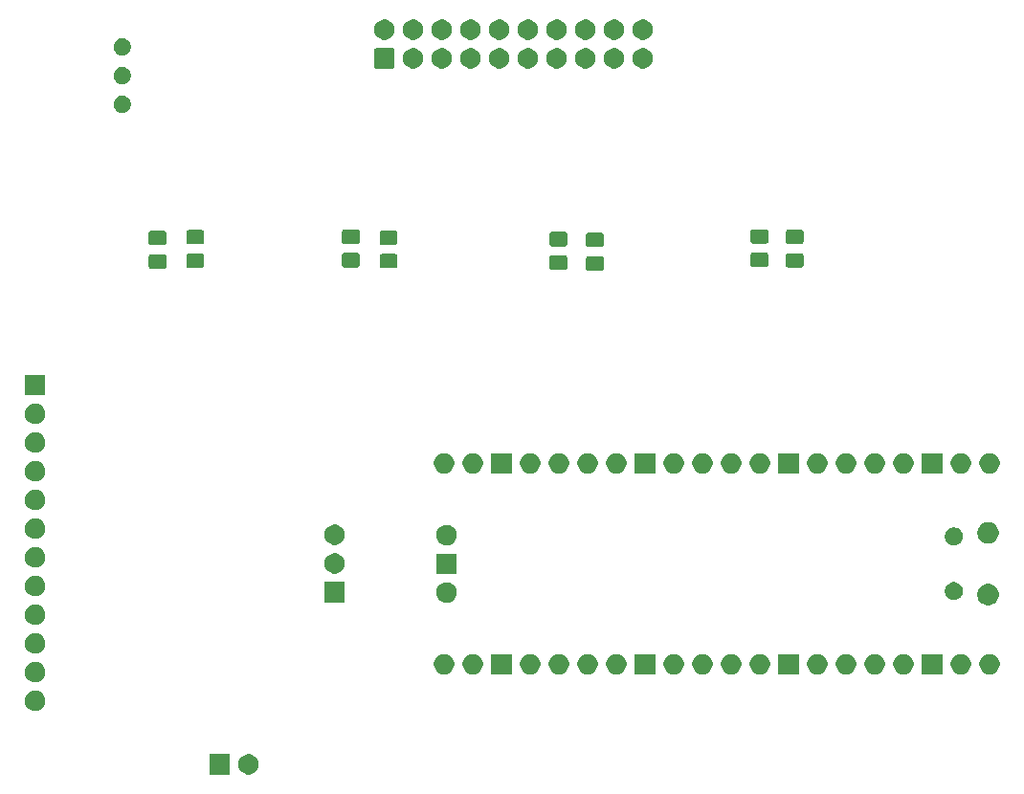
<source format=gbr>
G04 #@! TF.GenerationSoftware,KiCad,Pcbnew,5.1.5+dfsg1-2build2*
G04 #@! TF.CreationDate,2024-05-29T20:17:39+01:00*
G04 #@! TF.ProjectId,desktop_esc,6465736b-746f-4705-9f65-73632e6b6963,rev?*
G04 #@! TF.SameCoordinates,Original*
G04 #@! TF.FileFunction,Soldermask,Bot*
G04 #@! TF.FilePolarity,Negative*
%FSLAX46Y46*%
G04 Gerber Fmt 4.6, Leading zero omitted, Abs format (unit mm)*
G04 Created by KiCad (PCBNEW 5.1.5+dfsg1-2build2) date 2024-05-29 20:17:39*
%MOMM*%
%LPD*%
G04 APERTURE LIST*
%ADD10C,0.100000*%
G04 APERTURE END LIST*
D10*
G36*
X118985512Y-129659927D02*
G01*
X119134812Y-129689624D01*
X119298784Y-129757544D01*
X119446354Y-129856147D01*
X119571853Y-129981646D01*
X119670456Y-130129216D01*
X119738376Y-130293188D01*
X119773000Y-130467259D01*
X119773000Y-130644741D01*
X119738376Y-130818812D01*
X119670456Y-130982784D01*
X119571853Y-131130354D01*
X119446354Y-131255853D01*
X119298784Y-131354456D01*
X119134812Y-131422376D01*
X118985512Y-131452073D01*
X118960742Y-131457000D01*
X118783258Y-131457000D01*
X118758488Y-131452073D01*
X118609188Y-131422376D01*
X118445216Y-131354456D01*
X118297646Y-131255853D01*
X118172147Y-131130354D01*
X118073544Y-130982784D01*
X118005624Y-130818812D01*
X117971000Y-130644741D01*
X117971000Y-130467259D01*
X118005624Y-130293188D01*
X118073544Y-130129216D01*
X118172147Y-129981646D01*
X118297646Y-129856147D01*
X118445216Y-129757544D01*
X118609188Y-129689624D01*
X118758488Y-129659927D01*
X118783258Y-129655000D01*
X118960742Y-129655000D01*
X118985512Y-129659927D01*
G37*
G36*
X117233000Y-131457000D02*
G01*
X115431000Y-131457000D01*
X115431000Y-129655000D01*
X117233000Y-129655000D01*
X117233000Y-131457000D01*
G37*
G36*
X100113512Y-124043927D02*
G01*
X100262812Y-124073624D01*
X100426784Y-124141544D01*
X100574354Y-124240147D01*
X100699853Y-124365646D01*
X100798456Y-124513216D01*
X100866376Y-124677188D01*
X100901000Y-124851259D01*
X100901000Y-125028741D01*
X100866376Y-125202812D01*
X100798456Y-125366784D01*
X100699853Y-125514354D01*
X100574354Y-125639853D01*
X100426784Y-125738456D01*
X100262812Y-125806376D01*
X100113512Y-125836073D01*
X100088742Y-125841000D01*
X99911258Y-125841000D01*
X99886488Y-125836073D01*
X99737188Y-125806376D01*
X99573216Y-125738456D01*
X99425646Y-125639853D01*
X99300147Y-125514354D01*
X99201544Y-125366784D01*
X99133624Y-125202812D01*
X99099000Y-125028741D01*
X99099000Y-124851259D01*
X99133624Y-124677188D01*
X99201544Y-124513216D01*
X99300147Y-124365646D01*
X99425646Y-124240147D01*
X99573216Y-124141544D01*
X99737188Y-124073624D01*
X99886488Y-124043927D01*
X99911258Y-124039000D01*
X100088742Y-124039000D01*
X100113512Y-124043927D01*
G37*
G36*
X100113512Y-121503927D02*
G01*
X100262812Y-121533624D01*
X100426784Y-121601544D01*
X100574354Y-121700147D01*
X100699853Y-121825646D01*
X100798456Y-121973216D01*
X100866376Y-122137188D01*
X100901000Y-122311259D01*
X100901000Y-122488741D01*
X100866376Y-122662812D01*
X100798456Y-122826784D01*
X100699853Y-122974354D01*
X100574354Y-123099853D01*
X100426784Y-123198456D01*
X100262812Y-123266376D01*
X100113512Y-123296073D01*
X100088742Y-123301000D01*
X99911258Y-123301000D01*
X99886488Y-123296073D01*
X99737188Y-123266376D01*
X99573216Y-123198456D01*
X99425646Y-123099853D01*
X99300147Y-122974354D01*
X99201544Y-122826784D01*
X99133624Y-122662812D01*
X99099000Y-122488741D01*
X99099000Y-122311259D01*
X99133624Y-122137188D01*
X99201544Y-121973216D01*
X99300147Y-121825646D01*
X99425646Y-121700147D01*
X99573216Y-121601544D01*
X99737188Y-121533624D01*
X99886488Y-121503927D01*
X99911258Y-121499000D01*
X100088742Y-121499000D01*
X100113512Y-121503927D01*
G37*
G36*
X184543512Y-120793927D02*
G01*
X184692812Y-120823624D01*
X184856784Y-120891544D01*
X185004354Y-120990147D01*
X185129853Y-121115646D01*
X185228456Y-121263216D01*
X185296376Y-121427188D01*
X185331000Y-121601259D01*
X185331000Y-121778741D01*
X185296376Y-121952812D01*
X185228456Y-122116784D01*
X185129853Y-122264354D01*
X185004354Y-122389853D01*
X184856784Y-122488456D01*
X184692812Y-122556376D01*
X184543512Y-122586073D01*
X184518742Y-122591000D01*
X184341258Y-122591000D01*
X184316488Y-122586073D01*
X184167188Y-122556376D01*
X184003216Y-122488456D01*
X183855646Y-122389853D01*
X183730147Y-122264354D01*
X183631544Y-122116784D01*
X183563624Y-121952812D01*
X183529000Y-121778741D01*
X183529000Y-121601259D01*
X183563624Y-121427188D01*
X183631544Y-121263216D01*
X183730147Y-121115646D01*
X183855646Y-120990147D01*
X184003216Y-120891544D01*
X184167188Y-120823624D01*
X184316488Y-120793927D01*
X184341258Y-120789000D01*
X184518742Y-120789000D01*
X184543512Y-120793927D01*
G37*
G36*
X142151000Y-122591000D02*
G01*
X140349000Y-122591000D01*
X140349000Y-120789000D01*
X142151000Y-120789000D01*
X142151000Y-122591000D01*
G37*
G36*
X143903512Y-120793927D02*
G01*
X144052812Y-120823624D01*
X144216784Y-120891544D01*
X144364354Y-120990147D01*
X144489853Y-121115646D01*
X144588456Y-121263216D01*
X144656376Y-121427188D01*
X144691000Y-121601259D01*
X144691000Y-121778741D01*
X144656376Y-121952812D01*
X144588456Y-122116784D01*
X144489853Y-122264354D01*
X144364354Y-122389853D01*
X144216784Y-122488456D01*
X144052812Y-122556376D01*
X143903512Y-122586073D01*
X143878742Y-122591000D01*
X143701258Y-122591000D01*
X143676488Y-122586073D01*
X143527188Y-122556376D01*
X143363216Y-122488456D01*
X143215646Y-122389853D01*
X143090147Y-122264354D01*
X142991544Y-122116784D01*
X142923624Y-121952812D01*
X142889000Y-121778741D01*
X142889000Y-121601259D01*
X142923624Y-121427188D01*
X142991544Y-121263216D01*
X143090147Y-121115646D01*
X143215646Y-120990147D01*
X143363216Y-120891544D01*
X143527188Y-120823624D01*
X143676488Y-120793927D01*
X143701258Y-120789000D01*
X143878742Y-120789000D01*
X143903512Y-120793927D01*
G37*
G36*
X146443512Y-120793927D02*
G01*
X146592812Y-120823624D01*
X146756784Y-120891544D01*
X146904354Y-120990147D01*
X147029853Y-121115646D01*
X147128456Y-121263216D01*
X147196376Y-121427188D01*
X147231000Y-121601259D01*
X147231000Y-121778741D01*
X147196376Y-121952812D01*
X147128456Y-122116784D01*
X147029853Y-122264354D01*
X146904354Y-122389853D01*
X146756784Y-122488456D01*
X146592812Y-122556376D01*
X146443512Y-122586073D01*
X146418742Y-122591000D01*
X146241258Y-122591000D01*
X146216488Y-122586073D01*
X146067188Y-122556376D01*
X145903216Y-122488456D01*
X145755646Y-122389853D01*
X145630147Y-122264354D01*
X145531544Y-122116784D01*
X145463624Y-121952812D01*
X145429000Y-121778741D01*
X145429000Y-121601259D01*
X145463624Y-121427188D01*
X145531544Y-121263216D01*
X145630147Y-121115646D01*
X145755646Y-120990147D01*
X145903216Y-120891544D01*
X146067188Y-120823624D01*
X146216488Y-120793927D01*
X146241258Y-120789000D01*
X146418742Y-120789000D01*
X146443512Y-120793927D01*
G37*
G36*
X148983512Y-120793927D02*
G01*
X149132812Y-120823624D01*
X149296784Y-120891544D01*
X149444354Y-120990147D01*
X149569853Y-121115646D01*
X149668456Y-121263216D01*
X149736376Y-121427188D01*
X149771000Y-121601259D01*
X149771000Y-121778741D01*
X149736376Y-121952812D01*
X149668456Y-122116784D01*
X149569853Y-122264354D01*
X149444354Y-122389853D01*
X149296784Y-122488456D01*
X149132812Y-122556376D01*
X148983512Y-122586073D01*
X148958742Y-122591000D01*
X148781258Y-122591000D01*
X148756488Y-122586073D01*
X148607188Y-122556376D01*
X148443216Y-122488456D01*
X148295646Y-122389853D01*
X148170147Y-122264354D01*
X148071544Y-122116784D01*
X148003624Y-121952812D01*
X147969000Y-121778741D01*
X147969000Y-121601259D01*
X148003624Y-121427188D01*
X148071544Y-121263216D01*
X148170147Y-121115646D01*
X148295646Y-120990147D01*
X148443216Y-120891544D01*
X148607188Y-120823624D01*
X148756488Y-120793927D01*
X148781258Y-120789000D01*
X148958742Y-120789000D01*
X148983512Y-120793927D01*
G37*
G36*
X151523512Y-120793927D02*
G01*
X151672812Y-120823624D01*
X151836784Y-120891544D01*
X151984354Y-120990147D01*
X152109853Y-121115646D01*
X152208456Y-121263216D01*
X152276376Y-121427188D01*
X152311000Y-121601259D01*
X152311000Y-121778741D01*
X152276376Y-121952812D01*
X152208456Y-122116784D01*
X152109853Y-122264354D01*
X151984354Y-122389853D01*
X151836784Y-122488456D01*
X151672812Y-122556376D01*
X151523512Y-122586073D01*
X151498742Y-122591000D01*
X151321258Y-122591000D01*
X151296488Y-122586073D01*
X151147188Y-122556376D01*
X150983216Y-122488456D01*
X150835646Y-122389853D01*
X150710147Y-122264354D01*
X150611544Y-122116784D01*
X150543624Y-121952812D01*
X150509000Y-121778741D01*
X150509000Y-121601259D01*
X150543624Y-121427188D01*
X150611544Y-121263216D01*
X150710147Y-121115646D01*
X150835646Y-120990147D01*
X150983216Y-120891544D01*
X151147188Y-120823624D01*
X151296488Y-120793927D01*
X151321258Y-120789000D01*
X151498742Y-120789000D01*
X151523512Y-120793927D01*
G37*
G36*
X154851000Y-122591000D02*
G01*
X153049000Y-122591000D01*
X153049000Y-120789000D01*
X154851000Y-120789000D01*
X154851000Y-122591000D01*
G37*
G36*
X156603512Y-120793927D02*
G01*
X156752812Y-120823624D01*
X156916784Y-120891544D01*
X157064354Y-120990147D01*
X157189853Y-121115646D01*
X157288456Y-121263216D01*
X157356376Y-121427188D01*
X157391000Y-121601259D01*
X157391000Y-121778741D01*
X157356376Y-121952812D01*
X157288456Y-122116784D01*
X157189853Y-122264354D01*
X157064354Y-122389853D01*
X156916784Y-122488456D01*
X156752812Y-122556376D01*
X156603512Y-122586073D01*
X156578742Y-122591000D01*
X156401258Y-122591000D01*
X156376488Y-122586073D01*
X156227188Y-122556376D01*
X156063216Y-122488456D01*
X155915646Y-122389853D01*
X155790147Y-122264354D01*
X155691544Y-122116784D01*
X155623624Y-121952812D01*
X155589000Y-121778741D01*
X155589000Y-121601259D01*
X155623624Y-121427188D01*
X155691544Y-121263216D01*
X155790147Y-121115646D01*
X155915646Y-120990147D01*
X156063216Y-120891544D01*
X156227188Y-120823624D01*
X156376488Y-120793927D01*
X156401258Y-120789000D01*
X156578742Y-120789000D01*
X156603512Y-120793927D01*
G37*
G36*
X159143512Y-120793927D02*
G01*
X159292812Y-120823624D01*
X159456784Y-120891544D01*
X159604354Y-120990147D01*
X159729853Y-121115646D01*
X159828456Y-121263216D01*
X159896376Y-121427188D01*
X159931000Y-121601259D01*
X159931000Y-121778741D01*
X159896376Y-121952812D01*
X159828456Y-122116784D01*
X159729853Y-122264354D01*
X159604354Y-122389853D01*
X159456784Y-122488456D01*
X159292812Y-122556376D01*
X159143512Y-122586073D01*
X159118742Y-122591000D01*
X158941258Y-122591000D01*
X158916488Y-122586073D01*
X158767188Y-122556376D01*
X158603216Y-122488456D01*
X158455646Y-122389853D01*
X158330147Y-122264354D01*
X158231544Y-122116784D01*
X158163624Y-121952812D01*
X158129000Y-121778741D01*
X158129000Y-121601259D01*
X158163624Y-121427188D01*
X158231544Y-121263216D01*
X158330147Y-121115646D01*
X158455646Y-120990147D01*
X158603216Y-120891544D01*
X158767188Y-120823624D01*
X158916488Y-120793927D01*
X158941258Y-120789000D01*
X159118742Y-120789000D01*
X159143512Y-120793927D01*
G37*
G36*
X161683512Y-120793927D02*
G01*
X161832812Y-120823624D01*
X161996784Y-120891544D01*
X162144354Y-120990147D01*
X162269853Y-121115646D01*
X162368456Y-121263216D01*
X162436376Y-121427188D01*
X162471000Y-121601259D01*
X162471000Y-121778741D01*
X162436376Y-121952812D01*
X162368456Y-122116784D01*
X162269853Y-122264354D01*
X162144354Y-122389853D01*
X161996784Y-122488456D01*
X161832812Y-122556376D01*
X161683512Y-122586073D01*
X161658742Y-122591000D01*
X161481258Y-122591000D01*
X161456488Y-122586073D01*
X161307188Y-122556376D01*
X161143216Y-122488456D01*
X160995646Y-122389853D01*
X160870147Y-122264354D01*
X160771544Y-122116784D01*
X160703624Y-121952812D01*
X160669000Y-121778741D01*
X160669000Y-121601259D01*
X160703624Y-121427188D01*
X160771544Y-121263216D01*
X160870147Y-121115646D01*
X160995646Y-120990147D01*
X161143216Y-120891544D01*
X161307188Y-120823624D01*
X161456488Y-120793927D01*
X161481258Y-120789000D01*
X161658742Y-120789000D01*
X161683512Y-120793927D01*
G37*
G36*
X138823512Y-120793927D02*
G01*
X138972812Y-120823624D01*
X139136784Y-120891544D01*
X139284354Y-120990147D01*
X139409853Y-121115646D01*
X139508456Y-121263216D01*
X139576376Y-121427188D01*
X139611000Y-121601259D01*
X139611000Y-121778741D01*
X139576376Y-121952812D01*
X139508456Y-122116784D01*
X139409853Y-122264354D01*
X139284354Y-122389853D01*
X139136784Y-122488456D01*
X138972812Y-122556376D01*
X138823512Y-122586073D01*
X138798742Y-122591000D01*
X138621258Y-122591000D01*
X138596488Y-122586073D01*
X138447188Y-122556376D01*
X138283216Y-122488456D01*
X138135646Y-122389853D01*
X138010147Y-122264354D01*
X137911544Y-122116784D01*
X137843624Y-121952812D01*
X137809000Y-121778741D01*
X137809000Y-121601259D01*
X137843624Y-121427188D01*
X137911544Y-121263216D01*
X138010147Y-121115646D01*
X138135646Y-120990147D01*
X138283216Y-120891544D01*
X138447188Y-120823624D01*
X138596488Y-120793927D01*
X138621258Y-120789000D01*
X138798742Y-120789000D01*
X138823512Y-120793927D01*
G37*
G36*
X167551000Y-122591000D02*
G01*
X165749000Y-122591000D01*
X165749000Y-120789000D01*
X167551000Y-120789000D01*
X167551000Y-122591000D01*
G37*
G36*
X169303512Y-120793927D02*
G01*
X169452812Y-120823624D01*
X169616784Y-120891544D01*
X169764354Y-120990147D01*
X169889853Y-121115646D01*
X169988456Y-121263216D01*
X170056376Y-121427188D01*
X170091000Y-121601259D01*
X170091000Y-121778741D01*
X170056376Y-121952812D01*
X169988456Y-122116784D01*
X169889853Y-122264354D01*
X169764354Y-122389853D01*
X169616784Y-122488456D01*
X169452812Y-122556376D01*
X169303512Y-122586073D01*
X169278742Y-122591000D01*
X169101258Y-122591000D01*
X169076488Y-122586073D01*
X168927188Y-122556376D01*
X168763216Y-122488456D01*
X168615646Y-122389853D01*
X168490147Y-122264354D01*
X168391544Y-122116784D01*
X168323624Y-121952812D01*
X168289000Y-121778741D01*
X168289000Y-121601259D01*
X168323624Y-121427188D01*
X168391544Y-121263216D01*
X168490147Y-121115646D01*
X168615646Y-120990147D01*
X168763216Y-120891544D01*
X168927188Y-120823624D01*
X169076488Y-120793927D01*
X169101258Y-120789000D01*
X169278742Y-120789000D01*
X169303512Y-120793927D01*
G37*
G36*
X171843512Y-120793927D02*
G01*
X171992812Y-120823624D01*
X172156784Y-120891544D01*
X172304354Y-120990147D01*
X172429853Y-121115646D01*
X172528456Y-121263216D01*
X172596376Y-121427188D01*
X172631000Y-121601259D01*
X172631000Y-121778741D01*
X172596376Y-121952812D01*
X172528456Y-122116784D01*
X172429853Y-122264354D01*
X172304354Y-122389853D01*
X172156784Y-122488456D01*
X171992812Y-122556376D01*
X171843512Y-122586073D01*
X171818742Y-122591000D01*
X171641258Y-122591000D01*
X171616488Y-122586073D01*
X171467188Y-122556376D01*
X171303216Y-122488456D01*
X171155646Y-122389853D01*
X171030147Y-122264354D01*
X170931544Y-122116784D01*
X170863624Y-121952812D01*
X170829000Y-121778741D01*
X170829000Y-121601259D01*
X170863624Y-121427188D01*
X170931544Y-121263216D01*
X171030147Y-121115646D01*
X171155646Y-120990147D01*
X171303216Y-120891544D01*
X171467188Y-120823624D01*
X171616488Y-120793927D01*
X171641258Y-120789000D01*
X171818742Y-120789000D01*
X171843512Y-120793927D01*
G37*
G36*
X174383512Y-120793927D02*
G01*
X174532812Y-120823624D01*
X174696784Y-120891544D01*
X174844354Y-120990147D01*
X174969853Y-121115646D01*
X175068456Y-121263216D01*
X175136376Y-121427188D01*
X175171000Y-121601259D01*
X175171000Y-121778741D01*
X175136376Y-121952812D01*
X175068456Y-122116784D01*
X174969853Y-122264354D01*
X174844354Y-122389853D01*
X174696784Y-122488456D01*
X174532812Y-122556376D01*
X174383512Y-122586073D01*
X174358742Y-122591000D01*
X174181258Y-122591000D01*
X174156488Y-122586073D01*
X174007188Y-122556376D01*
X173843216Y-122488456D01*
X173695646Y-122389853D01*
X173570147Y-122264354D01*
X173471544Y-122116784D01*
X173403624Y-121952812D01*
X173369000Y-121778741D01*
X173369000Y-121601259D01*
X173403624Y-121427188D01*
X173471544Y-121263216D01*
X173570147Y-121115646D01*
X173695646Y-120990147D01*
X173843216Y-120891544D01*
X174007188Y-120823624D01*
X174156488Y-120793927D01*
X174181258Y-120789000D01*
X174358742Y-120789000D01*
X174383512Y-120793927D01*
G37*
G36*
X176923512Y-120793927D02*
G01*
X177072812Y-120823624D01*
X177236784Y-120891544D01*
X177384354Y-120990147D01*
X177509853Y-121115646D01*
X177608456Y-121263216D01*
X177676376Y-121427188D01*
X177711000Y-121601259D01*
X177711000Y-121778741D01*
X177676376Y-121952812D01*
X177608456Y-122116784D01*
X177509853Y-122264354D01*
X177384354Y-122389853D01*
X177236784Y-122488456D01*
X177072812Y-122556376D01*
X176923512Y-122586073D01*
X176898742Y-122591000D01*
X176721258Y-122591000D01*
X176696488Y-122586073D01*
X176547188Y-122556376D01*
X176383216Y-122488456D01*
X176235646Y-122389853D01*
X176110147Y-122264354D01*
X176011544Y-122116784D01*
X175943624Y-121952812D01*
X175909000Y-121778741D01*
X175909000Y-121601259D01*
X175943624Y-121427188D01*
X176011544Y-121263216D01*
X176110147Y-121115646D01*
X176235646Y-120990147D01*
X176383216Y-120891544D01*
X176547188Y-120823624D01*
X176696488Y-120793927D01*
X176721258Y-120789000D01*
X176898742Y-120789000D01*
X176923512Y-120793927D01*
G37*
G36*
X180251000Y-122591000D02*
G01*
X178449000Y-122591000D01*
X178449000Y-120789000D01*
X180251000Y-120789000D01*
X180251000Y-122591000D01*
G37*
G36*
X182003512Y-120793927D02*
G01*
X182152812Y-120823624D01*
X182316784Y-120891544D01*
X182464354Y-120990147D01*
X182589853Y-121115646D01*
X182688456Y-121263216D01*
X182756376Y-121427188D01*
X182791000Y-121601259D01*
X182791000Y-121778741D01*
X182756376Y-121952812D01*
X182688456Y-122116784D01*
X182589853Y-122264354D01*
X182464354Y-122389853D01*
X182316784Y-122488456D01*
X182152812Y-122556376D01*
X182003512Y-122586073D01*
X181978742Y-122591000D01*
X181801258Y-122591000D01*
X181776488Y-122586073D01*
X181627188Y-122556376D01*
X181463216Y-122488456D01*
X181315646Y-122389853D01*
X181190147Y-122264354D01*
X181091544Y-122116784D01*
X181023624Y-121952812D01*
X180989000Y-121778741D01*
X180989000Y-121601259D01*
X181023624Y-121427188D01*
X181091544Y-121263216D01*
X181190147Y-121115646D01*
X181315646Y-120990147D01*
X181463216Y-120891544D01*
X181627188Y-120823624D01*
X181776488Y-120793927D01*
X181801258Y-120789000D01*
X181978742Y-120789000D01*
X182003512Y-120793927D01*
G37*
G36*
X136283512Y-120793927D02*
G01*
X136432812Y-120823624D01*
X136596784Y-120891544D01*
X136744354Y-120990147D01*
X136869853Y-121115646D01*
X136968456Y-121263216D01*
X137036376Y-121427188D01*
X137071000Y-121601259D01*
X137071000Y-121778741D01*
X137036376Y-121952812D01*
X136968456Y-122116784D01*
X136869853Y-122264354D01*
X136744354Y-122389853D01*
X136596784Y-122488456D01*
X136432812Y-122556376D01*
X136283512Y-122586073D01*
X136258742Y-122591000D01*
X136081258Y-122591000D01*
X136056488Y-122586073D01*
X135907188Y-122556376D01*
X135743216Y-122488456D01*
X135595646Y-122389853D01*
X135470147Y-122264354D01*
X135371544Y-122116784D01*
X135303624Y-121952812D01*
X135269000Y-121778741D01*
X135269000Y-121601259D01*
X135303624Y-121427188D01*
X135371544Y-121263216D01*
X135470147Y-121115646D01*
X135595646Y-120990147D01*
X135743216Y-120891544D01*
X135907188Y-120823624D01*
X136056488Y-120793927D01*
X136081258Y-120789000D01*
X136258742Y-120789000D01*
X136283512Y-120793927D01*
G37*
G36*
X164223512Y-120793927D02*
G01*
X164372812Y-120823624D01*
X164536784Y-120891544D01*
X164684354Y-120990147D01*
X164809853Y-121115646D01*
X164908456Y-121263216D01*
X164976376Y-121427188D01*
X165011000Y-121601259D01*
X165011000Y-121778741D01*
X164976376Y-121952812D01*
X164908456Y-122116784D01*
X164809853Y-122264354D01*
X164684354Y-122389853D01*
X164536784Y-122488456D01*
X164372812Y-122556376D01*
X164223512Y-122586073D01*
X164198742Y-122591000D01*
X164021258Y-122591000D01*
X163996488Y-122586073D01*
X163847188Y-122556376D01*
X163683216Y-122488456D01*
X163535646Y-122389853D01*
X163410147Y-122264354D01*
X163311544Y-122116784D01*
X163243624Y-121952812D01*
X163209000Y-121778741D01*
X163209000Y-121601259D01*
X163243624Y-121427188D01*
X163311544Y-121263216D01*
X163410147Y-121115646D01*
X163535646Y-120990147D01*
X163683216Y-120891544D01*
X163847188Y-120823624D01*
X163996488Y-120793927D01*
X164021258Y-120789000D01*
X164198742Y-120789000D01*
X164223512Y-120793927D01*
G37*
G36*
X100113512Y-118963927D02*
G01*
X100262812Y-118993624D01*
X100426784Y-119061544D01*
X100574354Y-119160147D01*
X100699853Y-119285646D01*
X100798456Y-119433216D01*
X100866376Y-119597188D01*
X100901000Y-119771259D01*
X100901000Y-119948741D01*
X100866376Y-120122812D01*
X100798456Y-120286784D01*
X100699853Y-120434354D01*
X100574354Y-120559853D01*
X100426784Y-120658456D01*
X100262812Y-120726376D01*
X100113512Y-120756073D01*
X100088742Y-120761000D01*
X99911258Y-120761000D01*
X99886488Y-120756073D01*
X99737188Y-120726376D01*
X99573216Y-120658456D01*
X99425646Y-120559853D01*
X99300147Y-120434354D01*
X99201544Y-120286784D01*
X99133624Y-120122812D01*
X99099000Y-119948741D01*
X99099000Y-119771259D01*
X99133624Y-119597188D01*
X99201544Y-119433216D01*
X99300147Y-119285646D01*
X99425646Y-119160147D01*
X99573216Y-119061544D01*
X99737188Y-118993624D01*
X99886488Y-118963927D01*
X99911258Y-118959000D01*
X100088742Y-118959000D01*
X100113512Y-118963927D01*
G37*
G36*
X100113512Y-116423927D02*
G01*
X100262812Y-116453624D01*
X100426784Y-116521544D01*
X100574354Y-116620147D01*
X100699853Y-116745646D01*
X100798456Y-116893216D01*
X100866376Y-117057188D01*
X100901000Y-117231259D01*
X100901000Y-117408741D01*
X100866376Y-117582812D01*
X100798456Y-117746784D01*
X100699853Y-117894354D01*
X100574354Y-118019853D01*
X100426784Y-118118456D01*
X100262812Y-118186376D01*
X100113512Y-118216073D01*
X100088742Y-118221000D01*
X99911258Y-118221000D01*
X99886488Y-118216073D01*
X99737188Y-118186376D01*
X99573216Y-118118456D01*
X99425646Y-118019853D01*
X99300147Y-117894354D01*
X99201544Y-117746784D01*
X99133624Y-117582812D01*
X99099000Y-117408741D01*
X99099000Y-117231259D01*
X99133624Y-117057188D01*
X99201544Y-116893216D01*
X99300147Y-116745646D01*
X99425646Y-116620147D01*
X99573216Y-116521544D01*
X99737188Y-116453624D01*
X99886488Y-116423927D01*
X99911258Y-116419000D01*
X100088742Y-116419000D01*
X100113512Y-116423927D01*
G37*
G36*
X184577395Y-114610546D02*
G01*
X184750466Y-114682234D01*
X184798594Y-114714392D01*
X184906227Y-114786310D01*
X185038690Y-114918773D01*
X185091081Y-114997182D01*
X185142766Y-115074534D01*
X185214454Y-115247605D01*
X185251000Y-115431333D01*
X185251000Y-115618667D01*
X185214454Y-115802395D01*
X185142766Y-115975466D01*
X185142765Y-115975467D01*
X185038690Y-116131227D01*
X184906227Y-116263690D01*
X184827818Y-116316081D01*
X184750466Y-116367766D01*
X184577395Y-116439454D01*
X184393667Y-116476000D01*
X184206333Y-116476000D01*
X184022605Y-116439454D01*
X183849534Y-116367766D01*
X183772182Y-116316081D01*
X183693773Y-116263690D01*
X183561310Y-116131227D01*
X183457235Y-115975467D01*
X183457234Y-115975466D01*
X183385546Y-115802395D01*
X183349000Y-115618667D01*
X183349000Y-115431333D01*
X183385546Y-115247605D01*
X183457234Y-115074534D01*
X183508919Y-114997182D01*
X183561310Y-114918773D01*
X183693773Y-114786310D01*
X183801406Y-114714392D01*
X183849534Y-114682234D01*
X184022605Y-114610546D01*
X184206333Y-114574000D01*
X184393667Y-114574000D01*
X184577395Y-114610546D01*
G37*
G36*
X136513512Y-114443927D02*
G01*
X136662812Y-114473624D01*
X136826784Y-114541544D01*
X136974354Y-114640147D01*
X137099853Y-114765646D01*
X137198456Y-114913216D01*
X137266376Y-115077188D01*
X137296073Y-115226488D01*
X137301000Y-115251258D01*
X137301000Y-115428742D01*
X137300484Y-115431335D01*
X137266376Y-115602812D01*
X137198456Y-115766784D01*
X137099853Y-115914354D01*
X136974354Y-116039853D01*
X136826784Y-116138456D01*
X136662812Y-116206376D01*
X136513512Y-116236073D01*
X136488742Y-116241000D01*
X136311258Y-116241000D01*
X136286488Y-116236073D01*
X136137188Y-116206376D01*
X135973216Y-116138456D01*
X135825646Y-116039853D01*
X135700147Y-115914354D01*
X135601544Y-115766784D01*
X135533624Y-115602812D01*
X135499516Y-115431335D01*
X135499000Y-115428742D01*
X135499000Y-115251258D01*
X135503927Y-115226488D01*
X135533624Y-115077188D01*
X135601544Y-114913216D01*
X135700147Y-114765646D01*
X135825646Y-114640147D01*
X135973216Y-114541544D01*
X136137188Y-114473624D01*
X136286488Y-114443927D01*
X136311258Y-114439000D01*
X136488742Y-114439000D01*
X136513512Y-114443927D01*
G37*
G36*
X127393000Y-116217000D02*
G01*
X125591000Y-116217000D01*
X125591000Y-114415000D01*
X127393000Y-114415000D01*
X127393000Y-116217000D01*
G37*
G36*
X181503642Y-114454781D02*
G01*
X181649414Y-114515162D01*
X181649416Y-114515163D01*
X181780608Y-114602822D01*
X181892178Y-114714392D01*
X181979837Y-114845584D01*
X181979838Y-114845586D01*
X182040219Y-114991358D01*
X182071000Y-115146107D01*
X182071000Y-115303893D01*
X182040219Y-115458642D01*
X181979838Y-115604414D01*
X181979837Y-115604416D01*
X181892178Y-115735608D01*
X181780608Y-115847178D01*
X181649416Y-115934837D01*
X181649415Y-115934838D01*
X181649414Y-115934838D01*
X181503642Y-115995219D01*
X181348893Y-116026000D01*
X181191107Y-116026000D01*
X181036358Y-115995219D01*
X180890586Y-115934838D01*
X180890585Y-115934838D01*
X180890584Y-115934837D01*
X180759392Y-115847178D01*
X180647822Y-115735608D01*
X180560163Y-115604416D01*
X180560162Y-115604414D01*
X180499781Y-115458642D01*
X180469000Y-115303893D01*
X180469000Y-115146107D01*
X180499781Y-114991358D01*
X180560162Y-114845586D01*
X180560163Y-114845584D01*
X180647822Y-114714392D01*
X180759392Y-114602822D01*
X180890584Y-114515163D01*
X180890586Y-114515162D01*
X181036358Y-114454781D01*
X181191107Y-114424000D01*
X181348893Y-114424000D01*
X181503642Y-114454781D01*
G37*
G36*
X100113512Y-113883927D02*
G01*
X100262812Y-113913624D01*
X100426784Y-113981544D01*
X100574354Y-114080147D01*
X100699853Y-114205646D01*
X100798456Y-114353216D01*
X100866376Y-114517188D01*
X100901000Y-114691259D01*
X100901000Y-114868741D01*
X100866376Y-115042812D01*
X100798456Y-115206784D01*
X100699853Y-115354354D01*
X100574354Y-115479853D01*
X100426784Y-115578456D01*
X100262812Y-115646376D01*
X100113512Y-115676073D01*
X100088742Y-115681000D01*
X99911258Y-115681000D01*
X99886488Y-115676073D01*
X99737188Y-115646376D01*
X99573216Y-115578456D01*
X99425646Y-115479853D01*
X99300147Y-115354354D01*
X99201544Y-115206784D01*
X99133624Y-115042812D01*
X99099000Y-114868741D01*
X99099000Y-114691259D01*
X99133624Y-114517188D01*
X99201544Y-114353216D01*
X99300147Y-114205646D01*
X99425646Y-114080147D01*
X99573216Y-113981544D01*
X99737188Y-113913624D01*
X99886488Y-113883927D01*
X99911258Y-113879000D01*
X100088742Y-113879000D01*
X100113512Y-113883927D01*
G37*
G36*
X137301000Y-113701000D02*
G01*
X135499000Y-113701000D01*
X135499000Y-111899000D01*
X137301000Y-111899000D01*
X137301000Y-113701000D01*
G37*
G36*
X126605512Y-111879927D02*
G01*
X126754812Y-111909624D01*
X126918784Y-111977544D01*
X127066354Y-112076147D01*
X127191853Y-112201646D01*
X127290456Y-112349216D01*
X127358376Y-112513188D01*
X127393000Y-112687259D01*
X127393000Y-112864741D01*
X127358376Y-113038812D01*
X127290456Y-113202784D01*
X127191853Y-113350354D01*
X127066354Y-113475853D01*
X126918784Y-113574456D01*
X126754812Y-113642376D01*
X126605512Y-113672073D01*
X126580742Y-113677000D01*
X126403258Y-113677000D01*
X126378488Y-113672073D01*
X126229188Y-113642376D01*
X126065216Y-113574456D01*
X125917646Y-113475853D01*
X125792147Y-113350354D01*
X125693544Y-113202784D01*
X125625624Y-113038812D01*
X125591000Y-112864741D01*
X125591000Y-112687259D01*
X125625624Y-112513188D01*
X125693544Y-112349216D01*
X125792147Y-112201646D01*
X125917646Y-112076147D01*
X126065216Y-111977544D01*
X126229188Y-111909624D01*
X126378488Y-111879927D01*
X126403258Y-111875000D01*
X126580742Y-111875000D01*
X126605512Y-111879927D01*
G37*
G36*
X100113512Y-111343927D02*
G01*
X100262812Y-111373624D01*
X100426784Y-111441544D01*
X100574354Y-111540147D01*
X100699853Y-111665646D01*
X100798456Y-111813216D01*
X100866376Y-111977188D01*
X100901000Y-112151259D01*
X100901000Y-112328741D01*
X100866376Y-112502812D01*
X100798456Y-112666784D01*
X100699853Y-112814354D01*
X100574354Y-112939853D01*
X100426784Y-113038456D01*
X100262812Y-113106376D01*
X100113512Y-113136073D01*
X100088742Y-113141000D01*
X99911258Y-113141000D01*
X99886488Y-113136073D01*
X99737188Y-113106376D01*
X99573216Y-113038456D01*
X99425646Y-112939853D01*
X99300147Y-112814354D01*
X99201544Y-112666784D01*
X99133624Y-112502812D01*
X99099000Y-112328741D01*
X99099000Y-112151259D01*
X99133624Y-111977188D01*
X99201544Y-111813216D01*
X99300147Y-111665646D01*
X99425646Y-111540147D01*
X99573216Y-111441544D01*
X99737188Y-111373624D01*
X99886488Y-111343927D01*
X99911258Y-111339000D01*
X100088742Y-111339000D01*
X100113512Y-111343927D01*
G37*
G36*
X181503642Y-109604781D02*
G01*
X181640928Y-109661647D01*
X181649416Y-109665163D01*
X181780608Y-109752822D01*
X181892178Y-109864392D01*
X181970316Y-109981335D01*
X181979838Y-109995586D01*
X182040219Y-110141358D01*
X182071000Y-110296107D01*
X182071000Y-110453893D01*
X182040219Y-110608642D01*
X182010154Y-110681225D01*
X181979837Y-110754416D01*
X181892178Y-110885608D01*
X181780608Y-110997178D01*
X181649416Y-111084837D01*
X181649415Y-111084838D01*
X181649414Y-111084838D01*
X181503642Y-111145219D01*
X181348893Y-111176000D01*
X181191107Y-111176000D01*
X181036358Y-111145219D01*
X180890586Y-111084838D01*
X180890585Y-111084838D01*
X180890584Y-111084837D01*
X180759392Y-110997178D01*
X180647822Y-110885608D01*
X180560163Y-110754416D01*
X180529846Y-110681225D01*
X180499781Y-110608642D01*
X180469000Y-110453893D01*
X180469000Y-110296107D01*
X180499781Y-110141358D01*
X180560162Y-109995586D01*
X180569684Y-109981335D01*
X180647822Y-109864392D01*
X180759392Y-109752822D01*
X180890584Y-109665163D01*
X180899072Y-109661647D01*
X181036358Y-109604781D01*
X181191107Y-109574000D01*
X181348893Y-109574000D01*
X181503642Y-109604781D01*
G37*
G36*
X136513512Y-109363927D02*
G01*
X136662812Y-109393624D01*
X136826784Y-109461544D01*
X136974354Y-109560147D01*
X137099853Y-109685646D01*
X137198456Y-109833216D01*
X137266376Y-109997188D01*
X137295052Y-110141357D01*
X137300485Y-110168667D01*
X137301000Y-110171259D01*
X137301000Y-110348741D01*
X137266376Y-110522812D01*
X137198456Y-110686784D01*
X137099853Y-110834354D01*
X136974354Y-110959853D01*
X136826784Y-111058456D01*
X136662812Y-111126376D01*
X136513512Y-111156073D01*
X136488742Y-111161000D01*
X136311258Y-111161000D01*
X136286488Y-111156073D01*
X136137188Y-111126376D01*
X135973216Y-111058456D01*
X135825646Y-110959853D01*
X135700147Y-110834354D01*
X135601544Y-110686784D01*
X135533624Y-110522812D01*
X135499000Y-110348741D01*
X135499000Y-110171259D01*
X135499516Y-110168667D01*
X135504948Y-110141357D01*
X135533624Y-109997188D01*
X135601544Y-109833216D01*
X135700147Y-109685646D01*
X135825646Y-109560147D01*
X135973216Y-109461544D01*
X136137188Y-109393624D01*
X136286488Y-109363927D01*
X136311258Y-109359000D01*
X136488742Y-109359000D01*
X136513512Y-109363927D01*
G37*
G36*
X126605512Y-109339927D02*
G01*
X126754812Y-109369624D01*
X126918784Y-109437544D01*
X127066354Y-109536147D01*
X127191853Y-109661646D01*
X127290456Y-109809216D01*
X127358376Y-109973188D01*
X127393000Y-110147259D01*
X127393000Y-110324741D01*
X127358376Y-110498812D01*
X127290456Y-110662784D01*
X127191853Y-110810354D01*
X127066354Y-110935853D01*
X126918784Y-111034456D01*
X126754812Y-111102376D01*
X126605512Y-111132073D01*
X126580742Y-111137000D01*
X126403258Y-111137000D01*
X126378488Y-111132073D01*
X126229188Y-111102376D01*
X126065216Y-111034456D01*
X125917646Y-110935853D01*
X125792147Y-110810354D01*
X125693544Y-110662784D01*
X125625624Y-110498812D01*
X125591000Y-110324741D01*
X125591000Y-110147259D01*
X125625624Y-109973188D01*
X125693544Y-109809216D01*
X125792147Y-109661646D01*
X125917646Y-109536147D01*
X126065216Y-109437544D01*
X126229188Y-109369624D01*
X126378488Y-109339927D01*
X126403258Y-109335000D01*
X126580742Y-109335000D01*
X126605512Y-109339927D01*
G37*
G36*
X184577395Y-109160546D02*
G01*
X184750466Y-109232234D01*
X184750467Y-109232235D01*
X184906227Y-109336310D01*
X185038690Y-109468773D01*
X185038691Y-109468775D01*
X185142766Y-109624534D01*
X185214454Y-109797605D01*
X185251000Y-109981333D01*
X185251000Y-110168667D01*
X185214454Y-110352395D01*
X185142766Y-110525466D01*
X185142765Y-110525467D01*
X185038690Y-110681227D01*
X184906227Y-110813690D01*
X184875302Y-110834353D01*
X184750466Y-110917766D01*
X184577395Y-110989454D01*
X184393667Y-111026000D01*
X184206333Y-111026000D01*
X184022605Y-110989454D01*
X183849534Y-110917766D01*
X183724698Y-110834353D01*
X183693773Y-110813690D01*
X183561310Y-110681227D01*
X183457235Y-110525467D01*
X183457234Y-110525466D01*
X183385546Y-110352395D01*
X183349000Y-110168667D01*
X183349000Y-109981333D01*
X183385546Y-109797605D01*
X183457234Y-109624534D01*
X183561309Y-109468775D01*
X183561310Y-109468773D01*
X183693773Y-109336310D01*
X183849533Y-109232235D01*
X183849534Y-109232234D01*
X184022605Y-109160546D01*
X184206333Y-109124000D01*
X184393667Y-109124000D01*
X184577395Y-109160546D01*
G37*
G36*
X100113512Y-108803927D02*
G01*
X100262812Y-108833624D01*
X100426784Y-108901544D01*
X100574354Y-109000147D01*
X100699853Y-109125646D01*
X100798456Y-109273216D01*
X100866376Y-109437188D01*
X100893589Y-109574000D01*
X100899712Y-109604781D01*
X100901000Y-109611259D01*
X100901000Y-109788741D01*
X100866376Y-109962812D01*
X100798456Y-110126784D01*
X100699853Y-110274354D01*
X100574354Y-110399853D01*
X100426784Y-110498456D01*
X100262812Y-110566376D01*
X100113512Y-110596073D01*
X100088742Y-110601000D01*
X99911258Y-110601000D01*
X99886488Y-110596073D01*
X99737188Y-110566376D01*
X99573216Y-110498456D01*
X99425646Y-110399853D01*
X99300147Y-110274354D01*
X99201544Y-110126784D01*
X99133624Y-109962812D01*
X99099000Y-109788741D01*
X99099000Y-109611259D01*
X99100289Y-109604781D01*
X99106411Y-109574000D01*
X99133624Y-109437188D01*
X99201544Y-109273216D01*
X99300147Y-109125646D01*
X99425646Y-109000147D01*
X99573216Y-108901544D01*
X99737188Y-108833624D01*
X99886488Y-108803927D01*
X99911258Y-108799000D01*
X100088742Y-108799000D01*
X100113512Y-108803927D01*
G37*
G36*
X100113512Y-106263927D02*
G01*
X100262812Y-106293624D01*
X100426784Y-106361544D01*
X100574354Y-106460147D01*
X100699853Y-106585646D01*
X100798456Y-106733216D01*
X100866376Y-106897188D01*
X100901000Y-107071259D01*
X100901000Y-107248741D01*
X100866376Y-107422812D01*
X100798456Y-107586784D01*
X100699853Y-107734354D01*
X100574354Y-107859853D01*
X100426784Y-107958456D01*
X100262812Y-108026376D01*
X100113512Y-108056073D01*
X100088742Y-108061000D01*
X99911258Y-108061000D01*
X99886488Y-108056073D01*
X99737188Y-108026376D01*
X99573216Y-107958456D01*
X99425646Y-107859853D01*
X99300147Y-107734354D01*
X99201544Y-107586784D01*
X99133624Y-107422812D01*
X99099000Y-107248741D01*
X99099000Y-107071259D01*
X99133624Y-106897188D01*
X99201544Y-106733216D01*
X99300147Y-106585646D01*
X99425646Y-106460147D01*
X99573216Y-106361544D01*
X99737188Y-106293624D01*
X99886488Y-106263927D01*
X99911258Y-106259000D01*
X100088742Y-106259000D01*
X100113512Y-106263927D01*
G37*
G36*
X100113512Y-103723927D02*
G01*
X100262812Y-103753624D01*
X100426784Y-103821544D01*
X100574354Y-103920147D01*
X100699853Y-104045646D01*
X100798456Y-104193216D01*
X100866376Y-104357188D01*
X100901000Y-104531259D01*
X100901000Y-104708741D01*
X100866376Y-104882812D01*
X100798456Y-105046784D01*
X100699853Y-105194354D01*
X100574354Y-105319853D01*
X100426784Y-105418456D01*
X100262812Y-105486376D01*
X100113512Y-105516073D01*
X100088742Y-105521000D01*
X99911258Y-105521000D01*
X99886488Y-105516073D01*
X99737188Y-105486376D01*
X99573216Y-105418456D01*
X99425646Y-105319853D01*
X99300147Y-105194354D01*
X99201544Y-105046784D01*
X99133624Y-104882812D01*
X99099000Y-104708741D01*
X99099000Y-104531259D01*
X99133624Y-104357188D01*
X99201544Y-104193216D01*
X99300147Y-104045646D01*
X99425646Y-103920147D01*
X99573216Y-103821544D01*
X99737188Y-103753624D01*
X99886488Y-103723927D01*
X99911258Y-103719000D01*
X100088742Y-103719000D01*
X100113512Y-103723927D01*
G37*
G36*
X174383512Y-103013927D02*
G01*
X174532812Y-103043624D01*
X174696784Y-103111544D01*
X174844354Y-103210147D01*
X174969853Y-103335646D01*
X175068456Y-103483216D01*
X175136376Y-103647188D01*
X175171000Y-103821259D01*
X175171000Y-103998741D01*
X175136376Y-104172812D01*
X175068456Y-104336784D01*
X174969853Y-104484354D01*
X174844354Y-104609853D01*
X174696784Y-104708456D01*
X174532812Y-104776376D01*
X174383512Y-104806073D01*
X174358742Y-104811000D01*
X174181258Y-104811000D01*
X174156488Y-104806073D01*
X174007188Y-104776376D01*
X173843216Y-104708456D01*
X173695646Y-104609853D01*
X173570147Y-104484354D01*
X173471544Y-104336784D01*
X173403624Y-104172812D01*
X173369000Y-103998741D01*
X173369000Y-103821259D01*
X173403624Y-103647188D01*
X173471544Y-103483216D01*
X173570147Y-103335646D01*
X173695646Y-103210147D01*
X173843216Y-103111544D01*
X174007188Y-103043624D01*
X174156488Y-103013927D01*
X174181258Y-103009000D01*
X174358742Y-103009000D01*
X174383512Y-103013927D01*
G37*
G36*
X180251000Y-104811000D02*
G01*
X178449000Y-104811000D01*
X178449000Y-103009000D01*
X180251000Y-103009000D01*
X180251000Y-104811000D01*
G37*
G36*
X182003512Y-103013927D02*
G01*
X182152812Y-103043624D01*
X182316784Y-103111544D01*
X182464354Y-103210147D01*
X182589853Y-103335646D01*
X182688456Y-103483216D01*
X182756376Y-103647188D01*
X182791000Y-103821259D01*
X182791000Y-103998741D01*
X182756376Y-104172812D01*
X182688456Y-104336784D01*
X182589853Y-104484354D01*
X182464354Y-104609853D01*
X182316784Y-104708456D01*
X182152812Y-104776376D01*
X182003512Y-104806073D01*
X181978742Y-104811000D01*
X181801258Y-104811000D01*
X181776488Y-104806073D01*
X181627188Y-104776376D01*
X181463216Y-104708456D01*
X181315646Y-104609853D01*
X181190147Y-104484354D01*
X181091544Y-104336784D01*
X181023624Y-104172812D01*
X180989000Y-103998741D01*
X180989000Y-103821259D01*
X181023624Y-103647188D01*
X181091544Y-103483216D01*
X181190147Y-103335646D01*
X181315646Y-103210147D01*
X181463216Y-103111544D01*
X181627188Y-103043624D01*
X181776488Y-103013927D01*
X181801258Y-103009000D01*
X181978742Y-103009000D01*
X182003512Y-103013927D01*
G37*
G36*
X176923512Y-103013927D02*
G01*
X177072812Y-103043624D01*
X177236784Y-103111544D01*
X177384354Y-103210147D01*
X177509853Y-103335646D01*
X177608456Y-103483216D01*
X177676376Y-103647188D01*
X177711000Y-103821259D01*
X177711000Y-103998741D01*
X177676376Y-104172812D01*
X177608456Y-104336784D01*
X177509853Y-104484354D01*
X177384354Y-104609853D01*
X177236784Y-104708456D01*
X177072812Y-104776376D01*
X176923512Y-104806073D01*
X176898742Y-104811000D01*
X176721258Y-104811000D01*
X176696488Y-104806073D01*
X176547188Y-104776376D01*
X176383216Y-104708456D01*
X176235646Y-104609853D01*
X176110147Y-104484354D01*
X176011544Y-104336784D01*
X175943624Y-104172812D01*
X175909000Y-103998741D01*
X175909000Y-103821259D01*
X175943624Y-103647188D01*
X176011544Y-103483216D01*
X176110147Y-103335646D01*
X176235646Y-103210147D01*
X176383216Y-103111544D01*
X176547188Y-103043624D01*
X176696488Y-103013927D01*
X176721258Y-103009000D01*
X176898742Y-103009000D01*
X176923512Y-103013927D01*
G37*
G36*
X148983512Y-103013927D02*
G01*
X149132812Y-103043624D01*
X149296784Y-103111544D01*
X149444354Y-103210147D01*
X149569853Y-103335646D01*
X149668456Y-103483216D01*
X149736376Y-103647188D01*
X149771000Y-103821259D01*
X149771000Y-103998741D01*
X149736376Y-104172812D01*
X149668456Y-104336784D01*
X149569853Y-104484354D01*
X149444354Y-104609853D01*
X149296784Y-104708456D01*
X149132812Y-104776376D01*
X148983512Y-104806073D01*
X148958742Y-104811000D01*
X148781258Y-104811000D01*
X148756488Y-104806073D01*
X148607188Y-104776376D01*
X148443216Y-104708456D01*
X148295646Y-104609853D01*
X148170147Y-104484354D01*
X148071544Y-104336784D01*
X148003624Y-104172812D01*
X147969000Y-103998741D01*
X147969000Y-103821259D01*
X148003624Y-103647188D01*
X148071544Y-103483216D01*
X148170147Y-103335646D01*
X148295646Y-103210147D01*
X148443216Y-103111544D01*
X148607188Y-103043624D01*
X148756488Y-103013927D01*
X148781258Y-103009000D01*
X148958742Y-103009000D01*
X148983512Y-103013927D01*
G37*
G36*
X151523512Y-103013927D02*
G01*
X151672812Y-103043624D01*
X151836784Y-103111544D01*
X151984354Y-103210147D01*
X152109853Y-103335646D01*
X152208456Y-103483216D01*
X152276376Y-103647188D01*
X152311000Y-103821259D01*
X152311000Y-103998741D01*
X152276376Y-104172812D01*
X152208456Y-104336784D01*
X152109853Y-104484354D01*
X151984354Y-104609853D01*
X151836784Y-104708456D01*
X151672812Y-104776376D01*
X151523512Y-104806073D01*
X151498742Y-104811000D01*
X151321258Y-104811000D01*
X151296488Y-104806073D01*
X151147188Y-104776376D01*
X150983216Y-104708456D01*
X150835646Y-104609853D01*
X150710147Y-104484354D01*
X150611544Y-104336784D01*
X150543624Y-104172812D01*
X150509000Y-103998741D01*
X150509000Y-103821259D01*
X150543624Y-103647188D01*
X150611544Y-103483216D01*
X150710147Y-103335646D01*
X150835646Y-103210147D01*
X150983216Y-103111544D01*
X151147188Y-103043624D01*
X151296488Y-103013927D01*
X151321258Y-103009000D01*
X151498742Y-103009000D01*
X151523512Y-103013927D01*
G37*
G36*
X154851000Y-104811000D02*
G01*
X153049000Y-104811000D01*
X153049000Y-103009000D01*
X154851000Y-103009000D01*
X154851000Y-104811000D01*
G37*
G36*
X156603512Y-103013927D02*
G01*
X156752812Y-103043624D01*
X156916784Y-103111544D01*
X157064354Y-103210147D01*
X157189853Y-103335646D01*
X157288456Y-103483216D01*
X157356376Y-103647188D01*
X157391000Y-103821259D01*
X157391000Y-103998741D01*
X157356376Y-104172812D01*
X157288456Y-104336784D01*
X157189853Y-104484354D01*
X157064354Y-104609853D01*
X156916784Y-104708456D01*
X156752812Y-104776376D01*
X156603512Y-104806073D01*
X156578742Y-104811000D01*
X156401258Y-104811000D01*
X156376488Y-104806073D01*
X156227188Y-104776376D01*
X156063216Y-104708456D01*
X155915646Y-104609853D01*
X155790147Y-104484354D01*
X155691544Y-104336784D01*
X155623624Y-104172812D01*
X155589000Y-103998741D01*
X155589000Y-103821259D01*
X155623624Y-103647188D01*
X155691544Y-103483216D01*
X155790147Y-103335646D01*
X155915646Y-103210147D01*
X156063216Y-103111544D01*
X156227188Y-103043624D01*
X156376488Y-103013927D01*
X156401258Y-103009000D01*
X156578742Y-103009000D01*
X156603512Y-103013927D01*
G37*
G36*
X159143512Y-103013927D02*
G01*
X159292812Y-103043624D01*
X159456784Y-103111544D01*
X159604354Y-103210147D01*
X159729853Y-103335646D01*
X159828456Y-103483216D01*
X159896376Y-103647188D01*
X159931000Y-103821259D01*
X159931000Y-103998741D01*
X159896376Y-104172812D01*
X159828456Y-104336784D01*
X159729853Y-104484354D01*
X159604354Y-104609853D01*
X159456784Y-104708456D01*
X159292812Y-104776376D01*
X159143512Y-104806073D01*
X159118742Y-104811000D01*
X158941258Y-104811000D01*
X158916488Y-104806073D01*
X158767188Y-104776376D01*
X158603216Y-104708456D01*
X158455646Y-104609853D01*
X158330147Y-104484354D01*
X158231544Y-104336784D01*
X158163624Y-104172812D01*
X158129000Y-103998741D01*
X158129000Y-103821259D01*
X158163624Y-103647188D01*
X158231544Y-103483216D01*
X158330147Y-103335646D01*
X158455646Y-103210147D01*
X158603216Y-103111544D01*
X158767188Y-103043624D01*
X158916488Y-103013927D01*
X158941258Y-103009000D01*
X159118742Y-103009000D01*
X159143512Y-103013927D01*
G37*
G36*
X161683512Y-103013927D02*
G01*
X161832812Y-103043624D01*
X161996784Y-103111544D01*
X162144354Y-103210147D01*
X162269853Y-103335646D01*
X162368456Y-103483216D01*
X162436376Y-103647188D01*
X162471000Y-103821259D01*
X162471000Y-103998741D01*
X162436376Y-104172812D01*
X162368456Y-104336784D01*
X162269853Y-104484354D01*
X162144354Y-104609853D01*
X161996784Y-104708456D01*
X161832812Y-104776376D01*
X161683512Y-104806073D01*
X161658742Y-104811000D01*
X161481258Y-104811000D01*
X161456488Y-104806073D01*
X161307188Y-104776376D01*
X161143216Y-104708456D01*
X160995646Y-104609853D01*
X160870147Y-104484354D01*
X160771544Y-104336784D01*
X160703624Y-104172812D01*
X160669000Y-103998741D01*
X160669000Y-103821259D01*
X160703624Y-103647188D01*
X160771544Y-103483216D01*
X160870147Y-103335646D01*
X160995646Y-103210147D01*
X161143216Y-103111544D01*
X161307188Y-103043624D01*
X161456488Y-103013927D01*
X161481258Y-103009000D01*
X161658742Y-103009000D01*
X161683512Y-103013927D01*
G37*
G36*
X184543512Y-103013927D02*
G01*
X184692812Y-103043624D01*
X184856784Y-103111544D01*
X185004354Y-103210147D01*
X185129853Y-103335646D01*
X185228456Y-103483216D01*
X185296376Y-103647188D01*
X185331000Y-103821259D01*
X185331000Y-103998741D01*
X185296376Y-104172812D01*
X185228456Y-104336784D01*
X185129853Y-104484354D01*
X185004354Y-104609853D01*
X184856784Y-104708456D01*
X184692812Y-104776376D01*
X184543512Y-104806073D01*
X184518742Y-104811000D01*
X184341258Y-104811000D01*
X184316488Y-104806073D01*
X184167188Y-104776376D01*
X184003216Y-104708456D01*
X183855646Y-104609853D01*
X183730147Y-104484354D01*
X183631544Y-104336784D01*
X183563624Y-104172812D01*
X183529000Y-103998741D01*
X183529000Y-103821259D01*
X183563624Y-103647188D01*
X183631544Y-103483216D01*
X183730147Y-103335646D01*
X183855646Y-103210147D01*
X184003216Y-103111544D01*
X184167188Y-103043624D01*
X184316488Y-103013927D01*
X184341258Y-103009000D01*
X184518742Y-103009000D01*
X184543512Y-103013927D01*
G37*
G36*
X146443512Y-103013927D02*
G01*
X146592812Y-103043624D01*
X146756784Y-103111544D01*
X146904354Y-103210147D01*
X147029853Y-103335646D01*
X147128456Y-103483216D01*
X147196376Y-103647188D01*
X147231000Y-103821259D01*
X147231000Y-103998741D01*
X147196376Y-104172812D01*
X147128456Y-104336784D01*
X147029853Y-104484354D01*
X146904354Y-104609853D01*
X146756784Y-104708456D01*
X146592812Y-104776376D01*
X146443512Y-104806073D01*
X146418742Y-104811000D01*
X146241258Y-104811000D01*
X146216488Y-104806073D01*
X146067188Y-104776376D01*
X145903216Y-104708456D01*
X145755646Y-104609853D01*
X145630147Y-104484354D01*
X145531544Y-104336784D01*
X145463624Y-104172812D01*
X145429000Y-103998741D01*
X145429000Y-103821259D01*
X145463624Y-103647188D01*
X145531544Y-103483216D01*
X145630147Y-103335646D01*
X145755646Y-103210147D01*
X145903216Y-103111544D01*
X146067188Y-103043624D01*
X146216488Y-103013927D01*
X146241258Y-103009000D01*
X146418742Y-103009000D01*
X146443512Y-103013927D01*
G37*
G36*
X143903512Y-103013927D02*
G01*
X144052812Y-103043624D01*
X144216784Y-103111544D01*
X144364354Y-103210147D01*
X144489853Y-103335646D01*
X144588456Y-103483216D01*
X144656376Y-103647188D01*
X144691000Y-103821259D01*
X144691000Y-103998741D01*
X144656376Y-104172812D01*
X144588456Y-104336784D01*
X144489853Y-104484354D01*
X144364354Y-104609853D01*
X144216784Y-104708456D01*
X144052812Y-104776376D01*
X143903512Y-104806073D01*
X143878742Y-104811000D01*
X143701258Y-104811000D01*
X143676488Y-104806073D01*
X143527188Y-104776376D01*
X143363216Y-104708456D01*
X143215646Y-104609853D01*
X143090147Y-104484354D01*
X142991544Y-104336784D01*
X142923624Y-104172812D01*
X142889000Y-103998741D01*
X142889000Y-103821259D01*
X142923624Y-103647188D01*
X142991544Y-103483216D01*
X143090147Y-103335646D01*
X143215646Y-103210147D01*
X143363216Y-103111544D01*
X143527188Y-103043624D01*
X143676488Y-103013927D01*
X143701258Y-103009000D01*
X143878742Y-103009000D01*
X143903512Y-103013927D01*
G37*
G36*
X164223512Y-103013927D02*
G01*
X164372812Y-103043624D01*
X164536784Y-103111544D01*
X164684354Y-103210147D01*
X164809853Y-103335646D01*
X164908456Y-103483216D01*
X164976376Y-103647188D01*
X165011000Y-103821259D01*
X165011000Y-103998741D01*
X164976376Y-104172812D01*
X164908456Y-104336784D01*
X164809853Y-104484354D01*
X164684354Y-104609853D01*
X164536784Y-104708456D01*
X164372812Y-104776376D01*
X164223512Y-104806073D01*
X164198742Y-104811000D01*
X164021258Y-104811000D01*
X163996488Y-104806073D01*
X163847188Y-104776376D01*
X163683216Y-104708456D01*
X163535646Y-104609853D01*
X163410147Y-104484354D01*
X163311544Y-104336784D01*
X163243624Y-104172812D01*
X163209000Y-103998741D01*
X163209000Y-103821259D01*
X163243624Y-103647188D01*
X163311544Y-103483216D01*
X163410147Y-103335646D01*
X163535646Y-103210147D01*
X163683216Y-103111544D01*
X163847188Y-103043624D01*
X163996488Y-103013927D01*
X164021258Y-103009000D01*
X164198742Y-103009000D01*
X164223512Y-103013927D01*
G37*
G36*
X167551000Y-104811000D02*
G01*
X165749000Y-104811000D01*
X165749000Y-103009000D01*
X167551000Y-103009000D01*
X167551000Y-104811000D01*
G37*
G36*
X169303512Y-103013927D02*
G01*
X169452812Y-103043624D01*
X169616784Y-103111544D01*
X169764354Y-103210147D01*
X169889853Y-103335646D01*
X169988456Y-103483216D01*
X170056376Y-103647188D01*
X170091000Y-103821259D01*
X170091000Y-103998741D01*
X170056376Y-104172812D01*
X169988456Y-104336784D01*
X169889853Y-104484354D01*
X169764354Y-104609853D01*
X169616784Y-104708456D01*
X169452812Y-104776376D01*
X169303512Y-104806073D01*
X169278742Y-104811000D01*
X169101258Y-104811000D01*
X169076488Y-104806073D01*
X168927188Y-104776376D01*
X168763216Y-104708456D01*
X168615646Y-104609853D01*
X168490147Y-104484354D01*
X168391544Y-104336784D01*
X168323624Y-104172812D01*
X168289000Y-103998741D01*
X168289000Y-103821259D01*
X168323624Y-103647188D01*
X168391544Y-103483216D01*
X168490147Y-103335646D01*
X168615646Y-103210147D01*
X168763216Y-103111544D01*
X168927188Y-103043624D01*
X169076488Y-103013927D01*
X169101258Y-103009000D01*
X169278742Y-103009000D01*
X169303512Y-103013927D01*
G37*
G36*
X136283512Y-103013927D02*
G01*
X136432812Y-103043624D01*
X136596784Y-103111544D01*
X136744354Y-103210147D01*
X136869853Y-103335646D01*
X136968456Y-103483216D01*
X137036376Y-103647188D01*
X137071000Y-103821259D01*
X137071000Y-103998741D01*
X137036376Y-104172812D01*
X136968456Y-104336784D01*
X136869853Y-104484354D01*
X136744354Y-104609853D01*
X136596784Y-104708456D01*
X136432812Y-104776376D01*
X136283512Y-104806073D01*
X136258742Y-104811000D01*
X136081258Y-104811000D01*
X136056488Y-104806073D01*
X135907188Y-104776376D01*
X135743216Y-104708456D01*
X135595646Y-104609853D01*
X135470147Y-104484354D01*
X135371544Y-104336784D01*
X135303624Y-104172812D01*
X135269000Y-103998741D01*
X135269000Y-103821259D01*
X135303624Y-103647188D01*
X135371544Y-103483216D01*
X135470147Y-103335646D01*
X135595646Y-103210147D01*
X135743216Y-103111544D01*
X135907188Y-103043624D01*
X136056488Y-103013927D01*
X136081258Y-103009000D01*
X136258742Y-103009000D01*
X136283512Y-103013927D01*
G37*
G36*
X138823512Y-103013927D02*
G01*
X138972812Y-103043624D01*
X139136784Y-103111544D01*
X139284354Y-103210147D01*
X139409853Y-103335646D01*
X139508456Y-103483216D01*
X139576376Y-103647188D01*
X139611000Y-103821259D01*
X139611000Y-103998741D01*
X139576376Y-104172812D01*
X139508456Y-104336784D01*
X139409853Y-104484354D01*
X139284354Y-104609853D01*
X139136784Y-104708456D01*
X138972812Y-104776376D01*
X138823512Y-104806073D01*
X138798742Y-104811000D01*
X138621258Y-104811000D01*
X138596488Y-104806073D01*
X138447188Y-104776376D01*
X138283216Y-104708456D01*
X138135646Y-104609853D01*
X138010147Y-104484354D01*
X137911544Y-104336784D01*
X137843624Y-104172812D01*
X137809000Y-103998741D01*
X137809000Y-103821259D01*
X137843624Y-103647188D01*
X137911544Y-103483216D01*
X138010147Y-103335646D01*
X138135646Y-103210147D01*
X138283216Y-103111544D01*
X138447188Y-103043624D01*
X138596488Y-103013927D01*
X138621258Y-103009000D01*
X138798742Y-103009000D01*
X138823512Y-103013927D01*
G37*
G36*
X142151000Y-104811000D02*
G01*
X140349000Y-104811000D01*
X140349000Y-103009000D01*
X142151000Y-103009000D01*
X142151000Y-104811000D01*
G37*
G36*
X171843512Y-103013927D02*
G01*
X171992812Y-103043624D01*
X172156784Y-103111544D01*
X172304354Y-103210147D01*
X172429853Y-103335646D01*
X172528456Y-103483216D01*
X172596376Y-103647188D01*
X172631000Y-103821259D01*
X172631000Y-103998741D01*
X172596376Y-104172812D01*
X172528456Y-104336784D01*
X172429853Y-104484354D01*
X172304354Y-104609853D01*
X172156784Y-104708456D01*
X171992812Y-104776376D01*
X171843512Y-104806073D01*
X171818742Y-104811000D01*
X171641258Y-104811000D01*
X171616488Y-104806073D01*
X171467188Y-104776376D01*
X171303216Y-104708456D01*
X171155646Y-104609853D01*
X171030147Y-104484354D01*
X170931544Y-104336784D01*
X170863624Y-104172812D01*
X170829000Y-103998741D01*
X170829000Y-103821259D01*
X170863624Y-103647188D01*
X170931544Y-103483216D01*
X171030147Y-103335646D01*
X171155646Y-103210147D01*
X171303216Y-103111544D01*
X171467188Y-103043624D01*
X171616488Y-103013927D01*
X171641258Y-103009000D01*
X171818742Y-103009000D01*
X171843512Y-103013927D01*
G37*
G36*
X100113512Y-101183927D02*
G01*
X100262812Y-101213624D01*
X100426784Y-101281544D01*
X100574354Y-101380147D01*
X100699853Y-101505646D01*
X100798456Y-101653216D01*
X100866376Y-101817188D01*
X100901000Y-101991259D01*
X100901000Y-102168741D01*
X100866376Y-102342812D01*
X100798456Y-102506784D01*
X100699853Y-102654354D01*
X100574354Y-102779853D01*
X100426784Y-102878456D01*
X100262812Y-102946376D01*
X100113512Y-102976073D01*
X100088742Y-102981000D01*
X99911258Y-102981000D01*
X99886488Y-102976073D01*
X99737188Y-102946376D01*
X99573216Y-102878456D01*
X99425646Y-102779853D01*
X99300147Y-102654354D01*
X99201544Y-102506784D01*
X99133624Y-102342812D01*
X99099000Y-102168741D01*
X99099000Y-101991259D01*
X99133624Y-101817188D01*
X99201544Y-101653216D01*
X99300147Y-101505646D01*
X99425646Y-101380147D01*
X99573216Y-101281544D01*
X99737188Y-101213624D01*
X99886488Y-101183927D01*
X99911258Y-101179000D01*
X100088742Y-101179000D01*
X100113512Y-101183927D01*
G37*
G36*
X100113512Y-98643927D02*
G01*
X100262812Y-98673624D01*
X100426784Y-98741544D01*
X100574354Y-98840147D01*
X100699853Y-98965646D01*
X100798456Y-99113216D01*
X100866376Y-99277188D01*
X100901000Y-99451259D01*
X100901000Y-99628741D01*
X100866376Y-99802812D01*
X100798456Y-99966784D01*
X100699853Y-100114354D01*
X100574354Y-100239853D01*
X100426784Y-100338456D01*
X100262812Y-100406376D01*
X100113512Y-100436073D01*
X100088742Y-100441000D01*
X99911258Y-100441000D01*
X99886488Y-100436073D01*
X99737188Y-100406376D01*
X99573216Y-100338456D01*
X99425646Y-100239853D01*
X99300147Y-100114354D01*
X99201544Y-99966784D01*
X99133624Y-99802812D01*
X99099000Y-99628741D01*
X99099000Y-99451259D01*
X99133624Y-99277188D01*
X99201544Y-99113216D01*
X99300147Y-98965646D01*
X99425646Y-98840147D01*
X99573216Y-98741544D01*
X99737188Y-98673624D01*
X99886488Y-98643927D01*
X99911258Y-98639000D01*
X100088742Y-98639000D01*
X100113512Y-98643927D01*
G37*
G36*
X100901000Y-97901000D02*
G01*
X99099000Y-97901000D01*
X99099000Y-96099000D01*
X100901000Y-96099000D01*
X100901000Y-97901000D01*
G37*
G36*
X150134623Y-85595034D02*
G01*
X150172012Y-85606376D01*
X150206466Y-85624791D01*
X150236665Y-85649575D01*
X150261449Y-85679774D01*
X150279864Y-85714228D01*
X150291206Y-85751617D01*
X150295640Y-85796635D01*
X150295640Y-86661565D01*
X150291206Y-86706583D01*
X150279864Y-86743972D01*
X150261449Y-86778426D01*
X150236665Y-86808625D01*
X150206466Y-86833409D01*
X150172012Y-86851824D01*
X150134623Y-86863166D01*
X150089605Y-86867600D01*
X148949675Y-86867600D01*
X148904657Y-86863166D01*
X148867268Y-86851824D01*
X148832814Y-86833409D01*
X148802615Y-86808625D01*
X148777831Y-86778426D01*
X148759416Y-86743972D01*
X148748074Y-86706583D01*
X148743640Y-86661565D01*
X148743640Y-85796635D01*
X148748074Y-85751617D01*
X148759416Y-85714228D01*
X148777831Y-85679774D01*
X148802615Y-85649575D01*
X148832814Y-85624791D01*
X148867268Y-85606376D01*
X148904657Y-85595034D01*
X148949675Y-85590600D01*
X150089605Y-85590600D01*
X150134623Y-85595034D01*
G37*
G36*
X146898663Y-85513754D02*
G01*
X146936052Y-85525096D01*
X146970506Y-85543511D01*
X147000705Y-85568295D01*
X147025489Y-85598494D01*
X147043904Y-85632948D01*
X147055246Y-85670337D01*
X147059680Y-85715355D01*
X147059680Y-86580285D01*
X147055246Y-86625303D01*
X147043904Y-86662692D01*
X147025489Y-86697146D01*
X147000705Y-86727345D01*
X146970506Y-86752129D01*
X146936052Y-86770544D01*
X146898663Y-86781886D01*
X146853645Y-86786320D01*
X145713715Y-86786320D01*
X145668697Y-86781886D01*
X145631308Y-86770544D01*
X145596854Y-86752129D01*
X145566655Y-86727345D01*
X145541871Y-86697146D01*
X145523456Y-86662692D01*
X145512114Y-86625303D01*
X145507680Y-86580285D01*
X145507680Y-85715355D01*
X145512114Y-85670337D01*
X145523456Y-85632948D01*
X145541871Y-85598494D01*
X145566655Y-85568295D01*
X145596854Y-85543511D01*
X145631308Y-85525096D01*
X145668697Y-85513754D01*
X145713715Y-85509320D01*
X146853645Y-85509320D01*
X146898663Y-85513754D01*
G37*
G36*
X111440263Y-85422314D02*
G01*
X111477652Y-85433656D01*
X111512106Y-85452071D01*
X111542305Y-85476855D01*
X111567089Y-85507054D01*
X111585504Y-85541508D01*
X111596846Y-85578897D01*
X111601280Y-85623915D01*
X111601280Y-86488845D01*
X111596846Y-86533863D01*
X111585504Y-86571252D01*
X111567089Y-86605706D01*
X111542305Y-86635905D01*
X111512106Y-86660689D01*
X111477652Y-86679104D01*
X111440263Y-86690446D01*
X111395245Y-86694880D01*
X110255315Y-86694880D01*
X110210297Y-86690446D01*
X110172908Y-86679104D01*
X110138454Y-86660689D01*
X110108255Y-86635905D01*
X110083471Y-86605706D01*
X110065056Y-86571252D01*
X110053714Y-86533863D01*
X110049280Y-86488845D01*
X110049280Y-85623915D01*
X110053714Y-85578897D01*
X110065056Y-85541508D01*
X110083471Y-85507054D01*
X110108255Y-85476855D01*
X110138454Y-85452071D01*
X110172908Y-85433656D01*
X110210297Y-85422314D01*
X110255315Y-85417880D01*
X111395245Y-85417880D01*
X111440263Y-85422314D01*
G37*
G36*
X131861863Y-85381674D02*
G01*
X131899252Y-85393016D01*
X131933706Y-85411431D01*
X131963905Y-85436215D01*
X131988689Y-85466414D01*
X132007104Y-85500868D01*
X132018446Y-85538257D01*
X132022880Y-85583275D01*
X132022880Y-86448205D01*
X132018446Y-86493223D01*
X132007104Y-86530612D01*
X131988689Y-86565066D01*
X131963905Y-86595265D01*
X131933706Y-86620049D01*
X131899252Y-86638464D01*
X131861863Y-86649806D01*
X131816845Y-86654240D01*
X130676915Y-86654240D01*
X130631897Y-86649806D01*
X130594508Y-86638464D01*
X130560054Y-86620049D01*
X130529855Y-86595265D01*
X130505071Y-86565066D01*
X130486656Y-86530612D01*
X130475314Y-86493223D01*
X130470880Y-86448205D01*
X130470880Y-85583275D01*
X130475314Y-85538257D01*
X130486656Y-85500868D01*
X130505071Y-85466414D01*
X130529855Y-85436215D01*
X130560054Y-85411431D01*
X130594508Y-85393016D01*
X130631897Y-85381674D01*
X130676915Y-85377240D01*
X131816845Y-85377240D01*
X131861863Y-85381674D01*
G37*
G36*
X114762583Y-85341034D02*
G01*
X114799972Y-85352376D01*
X114834426Y-85370791D01*
X114864625Y-85395575D01*
X114889409Y-85425774D01*
X114907824Y-85460228D01*
X114919166Y-85497617D01*
X114923600Y-85542635D01*
X114923600Y-86407565D01*
X114919166Y-86452583D01*
X114907824Y-86489972D01*
X114889409Y-86524426D01*
X114864625Y-86554625D01*
X114834426Y-86579409D01*
X114799972Y-86597824D01*
X114762583Y-86609166D01*
X114717565Y-86613600D01*
X113577635Y-86613600D01*
X113532617Y-86609166D01*
X113495228Y-86597824D01*
X113460774Y-86579409D01*
X113430575Y-86554625D01*
X113405791Y-86524426D01*
X113387376Y-86489972D01*
X113376034Y-86452583D01*
X113371600Y-86407565D01*
X113371600Y-85542635D01*
X113376034Y-85497617D01*
X113387376Y-85460228D01*
X113405791Y-85425774D01*
X113430575Y-85395575D01*
X113460774Y-85370791D01*
X113495228Y-85352376D01*
X113532617Y-85341034D01*
X113577635Y-85336600D01*
X114717565Y-85336600D01*
X114762583Y-85341034D01*
G37*
G36*
X167807943Y-85310554D02*
G01*
X167845332Y-85321896D01*
X167879786Y-85340311D01*
X167909985Y-85365095D01*
X167934769Y-85395294D01*
X167953184Y-85429748D01*
X167964526Y-85467137D01*
X167968960Y-85512155D01*
X167968960Y-86377085D01*
X167964526Y-86422103D01*
X167953184Y-86459492D01*
X167934769Y-86493946D01*
X167909985Y-86524145D01*
X167879786Y-86548929D01*
X167845332Y-86567344D01*
X167807943Y-86578686D01*
X167762925Y-86583120D01*
X166622995Y-86583120D01*
X166577977Y-86578686D01*
X166540588Y-86567344D01*
X166506134Y-86548929D01*
X166475935Y-86524145D01*
X166451151Y-86493946D01*
X166432736Y-86459492D01*
X166421394Y-86422103D01*
X166416960Y-86377085D01*
X166416960Y-85512155D01*
X166421394Y-85467137D01*
X166432736Y-85429748D01*
X166451151Y-85395294D01*
X166475935Y-85365095D01*
X166506134Y-85340311D01*
X166540588Y-85321896D01*
X166577977Y-85310554D01*
X166622995Y-85306120D01*
X167762925Y-85306120D01*
X167807943Y-85310554D01*
G37*
G36*
X128539543Y-85300394D02*
G01*
X128576932Y-85311736D01*
X128611386Y-85330151D01*
X128641585Y-85354935D01*
X128666369Y-85385134D01*
X128684784Y-85419588D01*
X128696126Y-85456977D01*
X128700560Y-85501995D01*
X128700560Y-86366925D01*
X128696126Y-86411943D01*
X128684784Y-86449332D01*
X128666369Y-86483786D01*
X128641585Y-86513985D01*
X128611386Y-86538769D01*
X128576932Y-86557184D01*
X128539543Y-86568526D01*
X128494525Y-86572960D01*
X127354595Y-86572960D01*
X127309577Y-86568526D01*
X127272188Y-86557184D01*
X127237734Y-86538769D01*
X127207535Y-86513985D01*
X127182751Y-86483786D01*
X127164336Y-86449332D01*
X127152994Y-86411943D01*
X127148560Y-86366925D01*
X127148560Y-85501995D01*
X127152994Y-85456977D01*
X127164336Y-85419588D01*
X127182751Y-85385134D01*
X127207535Y-85354935D01*
X127237734Y-85330151D01*
X127272188Y-85311736D01*
X127309577Y-85300394D01*
X127354595Y-85295960D01*
X128494525Y-85295960D01*
X128539543Y-85300394D01*
G37*
G36*
X164693903Y-85269914D02*
G01*
X164731292Y-85281256D01*
X164765746Y-85299671D01*
X164795945Y-85324455D01*
X164820729Y-85354654D01*
X164839144Y-85389108D01*
X164850486Y-85426497D01*
X164854920Y-85471515D01*
X164854920Y-86336445D01*
X164850486Y-86381463D01*
X164839144Y-86418852D01*
X164820729Y-86453306D01*
X164795945Y-86483505D01*
X164765746Y-86508289D01*
X164731292Y-86526704D01*
X164693903Y-86538046D01*
X164648885Y-86542480D01*
X163508955Y-86542480D01*
X163463937Y-86538046D01*
X163426548Y-86526704D01*
X163392094Y-86508289D01*
X163361895Y-86483505D01*
X163337111Y-86453306D01*
X163318696Y-86418852D01*
X163307354Y-86381463D01*
X163302920Y-86336445D01*
X163302920Y-85471515D01*
X163307354Y-85426497D01*
X163318696Y-85389108D01*
X163337111Y-85354654D01*
X163361895Y-85324455D01*
X163392094Y-85299671D01*
X163426548Y-85281256D01*
X163463937Y-85269914D01*
X163508955Y-85265480D01*
X164648885Y-85265480D01*
X164693903Y-85269914D01*
G37*
G36*
X150134623Y-83520034D02*
G01*
X150172012Y-83531376D01*
X150206466Y-83549791D01*
X150236665Y-83574575D01*
X150261449Y-83604774D01*
X150279864Y-83639228D01*
X150291206Y-83676617D01*
X150295640Y-83721635D01*
X150295640Y-84586565D01*
X150291206Y-84631583D01*
X150279864Y-84668972D01*
X150261449Y-84703426D01*
X150236665Y-84733625D01*
X150206466Y-84758409D01*
X150172012Y-84776824D01*
X150134623Y-84788166D01*
X150089605Y-84792600D01*
X148949675Y-84792600D01*
X148904657Y-84788166D01*
X148867268Y-84776824D01*
X148832814Y-84758409D01*
X148802615Y-84733625D01*
X148777831Y-84703426D01*
X148759416Y-84668972D01*
X148748074Y-84631583D01*
X148743640Y-84586565D01*
X148743640Y-83721635D01*
X148748074Y-83676617D01*
X148759416Y-83639228D01*
X148777831Y-83604774D01*
X148802615Y-83574575D01*
X148832814Y-83549791D01*
X148867268Y-83531376D01*
X148904657Y-83520034D01*
X148949675Y-83515600D01*
X150089605Y-83515600D01*
X150134623Y-83520034D01*
G37*
G36*
X146898663Y-83438754D02*
G01*
X146936052Y-83450096D01*
X146970506Y-83468511D01*
X147000705Y-83493295D01*
X147025489Y-83523494D01*
X147043904Y-83557948D01*
X147055246Y-83595337D01*
X147059680Y-83640355D01*
X147059680Y-84505285D01*
X147055246Y-84550303D01*
X147043904Y-84587692D01*
X147025489Y-84622146D01*
X147000705Y-84652345D01*
X146970506Y-84677129D01*
X146936052Y-84695544D01*
X146898663Y-84706886D01*
X146853645Y-84711320D01*
X145713715Y-84711320D01*
X145668697Y-84706886D01*
X145631308Y-84695544D01*
X145596854Y-84677129D01*
X145566655Y-84652345D01*
X145541871Y-84622146D01*
X145523456Y-84587692D01*
X145512114Y-84550303D01*
X145507680Y-84505285D01*
X145507680Y-83640355D01*
X145512114Y-83595337D01*
X145523456Y-83557948D01*
X145541871Y-83523494D01*
X145566655Y-83493295D01*
X145596854Y-83468511D01*
X145631308Y-83450096D01*
X145668697Y-83438754D01*
X145713715Y-83434320D01*
X146853645Y-83434320D01*
X146898663Y-83438754D01*
G37*
G36*
X111440263Y-83347314D02*
G01*
X111477652Y-83358656D01*
X111512106Y-83377071D01*
X111542305Y-83401855D01*
X111567089Y-83432054D01*
X111585504Y-83466508D01*
X111596846Y-83503897D01*
X111601280Y-83548915D01*
X111601280Y-84413845D01*
X111596846Y-84458863D01*
X111585504Y-84496252D01*
X111567089Y-84530706D01*
X111542305Y-84560905D01*
X111512106Y-84585689D01*
X111477652Y-84604104D01*
X111440263Y-84615446D01*
X111395245Y-84619880D01*
X110255315Y-84619880D01*
X110210297Y-84615446D01*
X110172908Y-84604104D01*
X110138454Y-84585689D01*
X110108255Y-84560905D01*
X110083471Y-84530706D01*
X110065056Y-84496252D01*
X110053714Y-84458863D01*
X110049280Y-84413845D01*
X110049280Y-83548915D01*
X110053714Y-83503897D01*
X110065056Y-83466508D01*
X110083471Y-83432054D01*
X110108255Y-83401855D01*
X110138454Y-83377071D01*
X110172908Y-83358656D01*
X110210297Y-83347314D01*
X110255315Y-83342880D01*
X111395245Y-83342880D01*
X111440263Y-83347314D01*
G37*
G36*
X131861863Y-83306674D02*
G01*
X131899252Y-83318016D01*
X131933706Y-83336431D01*
X131963905Y-83361215D01*
X131988689Y-83391414D01*
X132007104Y-83425868D01*
X132018446Y-83463257D01*
X132022880Y-83508275D01*
X132022880Y-84373205D01*
X132018446Y-84418223D01*
X132007104Y-84455612D01*
X131988689Y-84490066D01*
X131963905Y-84520265D01*
X131933706Y-84545049D01*
X131899252Y-84563464D01*
X131861863Y-84574806D01*
X131816845Y-84579240D01*
X130676915Y-84579240D01*
X130631897Y-84574806D01*
X130594508Y-84563464D01*
X130560054Y-84545049D01*
X130529855Y-84520265D01*
X130505071Y-84490066D01*
X130486656Y-84455612D01*
X130475314Y-84418223D01*
X130470880Y-84373205D01*
X130470880Y-83508275D01*
X130475314Y-83463257D01*
X130486656Y-83425868D01*
X130505071Y-83391414D01*
X130529855Y-83361215D01*
X130560054Y-83336431D01*
X130594508Y-83318016D01*
X130631897Y-83306674D01*
X130676915Y-83302240D01*
X131816845Y-83302240D01*
X131861863Y-83306674D01*
G37*
G36*
X114762583Y-83266034D02*
G01*
X114799972Y-83277376D01*
X114834426Y-83295791D01*
X114864625Y-83320575D01*
X114889409Y-83350774D01*
X114907824Y-83385228D01*
X114919166Y-83422617D01*
X114923600Y-83467635D01*
X114923600Y-84332565D01*
X114919166Y-84377583D01*
X114907824Y-84414972D01*
X114889409Y-84449426D01*
X114864625Y-84479625D01*
X114834426Y-84504409D01*
X114799972Y-84522824D01*
X114762583Y-84534166D01*
X114717565Y-84538600D01*
X113577635Y-84538600D01*
X113532617Y-84534166D01*
X113495228Y-84522824D01*
X113460774Y-84504409D01*
X113430575Y-84479625D01*
X113405791Y-84449426D01*
X113387376Y-84414972D01*
X113376034Y-84377583D01*
X113371600Y-84332565D01*
X113371600Y-83467635D01*
X113376034Y-83422617D01*
X113387376Y-83385228D01*
X113405791Y-83350774D01*
X113430575Y-83320575D01*
X113460774Y-83295791D01*
X113495228Y-83277376D01*
X113532617Y-83266034D01*
X113577635Y-83261600D01*
X114717565Y-83261600D01*
X114762583Y-83266034D01*
G37*
G36*
X167807943Y-83235554D02*
G01*
X167845332Y-83246896D01*
X167879786Y-83265311D01*
X167909985Y-83290095D01*
X167934769Y-83320294D01*
X167953184Y-83354748D01*
X167964526Y-83392137D01*
X167968960Y-83437155D01*
X167968960Y-84302085D01*
X167964526Y-84347103D01*
X167953184Y-84384492D01*
X167934769Y-84418946D01*
X167909985Y-84449145D01*
X167879786Y-84473929D01*
X167845332Y-84492344D01*
X167807943Y-84503686D01*
X167762925Y-84508120D01*
X166622995Y-84508120D01*
X166577977Y-84503686D01*
X166540588Y-84492344D01*
X166506134Y-84473929D01*
X166475935Y-84449145D01*
X166451151Y-84418946D01*
X166432736Y-84384492D01*
X166421394Y-84347103D01*
X166416960Y-84302085D01*
X166416960Y-83437155D01*
X166421394Y-83392137D01*
X166432736Y-83354748D01*
X166451151Y-83320294D01*
X166475935Y-83290095D01*
X166506134Y-83265311D01*
X166540588Y-83246896D01*
X166577977Y-83235554D01*
X166622995Y-83231120D01*
X167762925Y-83231120D01*
X167807943Y-83235554D01*
G37*
G36*
X128539543Y-83225394D02*
G01*
X128576932Y-83236736D01*
X128611386Y-83255151D01*
X128641585Y-83279935D01*
X128666369Y-83310134D01*
X128684784Y-83344588D01*
X128696126Y-83381977D01*
X128700560Y-83426995D01*
X128700560Y-84291925D01*
X128696126Y-84336943D01*
X128684784Y-84374332D01*
X128666369Y-84408786D01*
X128641585Y-84438985D01*
X128611386Y-84463769D01*
X128576932Y-84482184D01*
X128539543Y-84493526D01*
X128494525Y-84497960D01*
X127354595Y-84497960D01*
X127309577Y-84493526D01*
X127272188Y-84482184D01*
X127237734Y-84463769D01*
X127207535Y-84438985D01*
X127182751Y-84408786D01*
X127164336Y-84374332D01*
X127152994Y-84336943D01*
X127148560Y-84291925D01*
X127148560Y-83426995D01*
X127152994Y-83381977D01*
X127164336Y-83344588D01*
X127182751Y-83310134D01*
X127207535Y-83279935D01*
X127237734Y-83255151D01*
X127272188Y-83236736D01*
X127309577Y-83225394D01*
X127354595Y-83220960D01*
X128494525Y-83220960D01*
X128539543Y-83225394D01*
G37*
G36*
X164693903Y-83194914D02*
G01*
X164731292Y-83206256D01*
X164765746Y-83224671D01*
X164795945Y-83249455D01*
X164820729Y-83279654D01*
X164839144Y-83314108D01*
X164850486Y-83351497D01*
X164854920Y-83396515D01*
X164854920Y-84261445D01*
X164850486Y-84306463D01*
X164839144Y-84343852D01*
X164820729Y-84378306D01*
X164795945Y-84408505D01*
X164765746Y-84433289D01*
X164731292Y-84451704D01*
X164693903Y-84463046D01*
X164648885Y-84467480D01*
X163508955Y-84467480D01*
X163463937Y-84463046D01*
X163426548Y-84451704D01*
X163392094Y-84433289D01*
X163361895Y-84408505D01*
X163337111Y-84378306D01*
X163318696Y-84343852D01*
X163307354Y-84306463D01*
X163302920Y-84261445D01*
X163302920Y-83396515D01*
X163307354Y-83351497D01*
X163318696Y-83314108D01*
X163337111Y-83279654D01*
X163361895Y-83249455D01*
X163392094Y-83224671D01*
X163426548Y-83206256D01*
X163463937Y-83194914D01*
X163508955Y-83190480D01*
X164648885Y-83190480D01*
X164693903Y-83194914D01*
G37*
G36*
X107821589Y-71374876D02*
G01*
X107920893Y-71394629D01*
X108061206Y-71452748D01*
X108187484Y-71537125D01*
X108294875Y-71644516D01*
X108379252Y-71770794D01*
X108437371Y-71911107D01*
X108467000Y-72060063D01*
X108467000Y-72211937D01*
X108437371Y-72360893D01*
X108379252Y-72501206D01*
X108294875Y-72627484D01*
X108187484Y-72734875D01*
X108061206Y-72819252D01*
X107920893Y-72877371D01*
X107821589Y-72897124D01*
X107771938Y-72907000D01*
X107620062Y-72907000D01*
X107570411Y-72897124D01*
X107471107Y-72877371D01*
X107330794Y-72819252D01*
X107204516Y-72734875D01*
X107097125Y-72627484D01*
X107012748Y-72501206D01*
X106954629Y-72360893D01*
X106925000Y-72211937D01*
X106925000Y-72060063D01*
X106954629Y-71911107D01*
X107012748Y-71770794D01*
X107097125Y-71644516D01*
X107204516Y-71537125D01*
X107330794Y-71452748D01*
X107471107Y-71394629D01*
X107570411Y-71374876D01*
X107620062Y-71365000D01*
X107771938Y-71365000D01*
X107821589Y-71374876D01*
G37*
G36*
X107821589Y-68834876D02*
G01*
X107920893Y-68854629D01*
X108061206Y-68912748D01*
X108187484Y-68997125D01*
X108294875Y-69104516D01*
X108379252Y-69230794D01*
X108437371Y-69371107D01*
X108467000Y-69520063D01*
X108467000Y-69671937D01*
X108437371Y-69820893D01*
X108379252Y-69961206D01*
X108294875Y-70087484D01*
X108187484Y-70194875D01*
X108061206Y-70279252D01*
X107920893Y-70337371D01*
X107821589Y-70357124D01*
X107771938Y-70367000D01*
X107620062Y-70367000D01*
X107570411Y-70357124D01*
X107471107Y-70337371D01*
X107330794Y-70279252D01*
X107204516Y-70194875D01*
X107097125Y-70087484D01*
X107012748Y-69961206D01*
X106954629Y-69820893D01*
X106925000Y-69671937D01*
X106925000Y-69520063D01*
X106954629Y-69371107D01*
X107012748Y-69230794D01*
X107097125Y-69104516D01*
X107204516Y-68997125D01*
X107330794Y-68912748D01*
X107471107Y-68854629D01*
X107570411Y-68834876D01*
X107620062Y-68825000D01*
X107771938Y-68825000D01*
X107821589Y-68834876D01*
G37*
G36*
X148788796Y-67174989D02*
G01*
X148942812Y-67205624D01*
X149106784Y-67273544D01*
X149254354Y-67372147D01*
X149379853Y-67497646D01*
X149478456Y-67645216D01*
X149546376Y-67809188D01*
X149581000Y-67983259D01*
X149581000Y-68160741D01*
X149546376Y-68334812D01*
X149478456Y-68498784D01*
X149379853Y-68646354D01*
X149254354Y-68771853D01*
X149106784Y-68870456D01*
X148942812Y-68938376D01*
X148794341Y-68967908D01*
X148768742Y-68973000D01*
X148591258Y-68973000D01*
X148565659Y-68967908D01*
X148417188Y-68938376D01*
X148253216Y-68870456D01*
X148105646Y-68771853D01*
X147980147Y-68646354D01*
X147881544Y-68498784D01*
X147813624Y-68334812D01*
X147779000Y-68160741D01*
X147779000Y-67983259D01*
X147813624Y-67809188D01*
X147881544Y-67645216D01*
X147980147Y-67497646D01*
X148105646Y-67372147D01*
X148253216Y-67273544D01*
X148417188Y-67205624D01*
X148571204Y-67174989D01*
X148591258Y-67171000D01*
X148768742Y-67171000D01*
X148788796Y-67174989D01*
G37*
G36*
X151328796Y-67174989D02*
G01*
X151482812Y-67205624D01*
X151646784Y-67273544D01*
X151794354Y-67372147D01*
X151919853Y-67497646D01*
X152018456Y-67645216D01*
X152086376Y-67809188D01*
X152121000Y-67983259D01*
X152121000Y-68160741D01*
X152086376Y-68334812D01*
X152018456Y-68498784D01*
X151919853Y-68646354D01*
X151794354Y-68771853D01*
X151646784Y-68870456D01*
X151482812Y-68938376D01*
X151334341Y-68967908D01*
X151308742Y-68973000D01*
X151131258Y-68973000D01*
X151105659Y-68967908D01*
X150957188Y-68938376D01*
X150793216Y-68870456D01*
X150645646Y-68771853D01*
X150520147Y-68646354D01*
X150421544Y-68498784D01*
X150353624Y-68334812D01*
X150319000Y-68160741D01*
X150319000Y-67983259D01*
X150353624Y-67809188D01*
X150421544Y-67645216D01*
X150520147Y-67497646D01*
X150645646Y-67372147D01*
X150793216Y-67273544D01*
X150957188Y-67205624D01*
X151111204Y-67174989D01*
X151131258Y-67171000D01*
X151308742Y-67171000D01*
X151328796Y-67174989D01*
G37*
G36*
X146248796Y-67174989D02*
G01*
X146402812Y-67205624D01*
X146566784Y-67273544D01*
X146714354Y-67372147D01*
X146839853Y-67497646D01*
X146938456Y-67645216D01*
X147006376Y-67809188D01*
X147041000Y-67983259D01*
X147041000Y-68160741D01*
X147006376Y-68334812D01*
X146938456Y-68498784D01*
X146839853Y-68646354D01*
X146714354Y-68771853D01*
X146566784Y-68870456D01*
X146402812Y-68938376D01*
X146254341Y-68967908D01*
X146228742Y-68973000D01*
X146051258Y-68973000D01*
X146025659Y-68967908D01*
X145877188Y-68938376D01*
X145713216Y-68870456D01*
X145565646Y-68771853D01*
X145440147Y-68646354D01*
X145341544Y-68498784D01*
X145273624Y-68334812D01*
X145239000Y-68160741D01*
X145239000Y-67983259D01*
X145273624Y-67809188D01*
X145341544Y-67645216D01*
X145440147Y-67497646D01*
X145565646Y-67372147D01*
X145713216Y-67273544D01*
X145877188Y-67205624D01*
X146031204Y-67174989D01*
X146051258Y-67171000D01*
X146228742Y-67171000D01*
X146248796Y-67174989D01*
G37*
G36*
X143708796Y-67174989D02*
G01*
X143862812Y-67205624D01*
X144026784Y-67273544D01*
X144174354Y-67372147D01*
X144299853Y-67497646D01*
X144398456Y-67645216D01*
X144466376Y-67809188D01*
X144501000Y-67983259D01*
X144501000Y-68160741D01*
X144466376Y-68334812D01*
X144398456Y-68498784D01*
X144299853Y-68646354D01*
X144174354Y-68771853D01*
X144026784Y-68870456D01*
X143862812Y-68938376D01*
X143714341Y-68967908D01*
X143688742Y-68973000D01*
X143511258Y-68973000D01*
X143485659Y-68967908D01*
X143337188Y-68938376D01*
X143173216Y-68870456D01*
X143025646Y-68771853D01*
X142900147Y-68646354D01*
X142801544Y-68498784D01*
X142733624Y-68334812D01*
X142699000Y-68160741D01*
X142699000Y-67983259D01*
X142733624Y-67809188D01*
X142801544Y-67645216D01*
X142900147Y-67497646D01*
X143025646Y-67372147D01*
X143173216Y-67273544D01*
X143337188Y-67205624D01*
X143491204Y-67174989D01*
X143511258Y-67171000D01*
X143688742Y-67171000D01*
X143708796Y-67174989D01*
G37*
G36*
X141168796Y-67174989D02*
G01*
X141322812Y-67205624D01*
X141486784Y-67273544D01*
X141634354Y-67372147D01*
X141759853Y-67497646D01*
X141858456Y-67645216D01*
X141926376Y-67809188D01*
X141961000Y-67983259D01*
X141961000Y-68160741D01*
X141926376Y-68334812D01*
X141858456Y-68498784D01*
X141759853Y-68646354D01*
X141634354Y-68771853D01*
X141486784Y-68870456D01*
X141322812Y-68938376D01*
X141174341Y-68967908D01*
X141148742Y-68973000D01*
X140971258Y-68973000D01*
X140945659Y-68967908D01*
X140797188Y-68938376D01*
X140633216Y-68870456D01*
X140485646Y-68771853D01*
X140360147Y-68646354D01*
X140261544Y-68498784D01*
X140193624Y-68334812D01*
X140159000Y-68160741D01*
X140159000Y-67983259D01*
X140193624Y-67809188D01*
X140261544Y-67645216D01*
X140360147Y-67497646D01*
X140485646Y-67372147D01*
X140633216Y-67273544D01*
X140797188Y-67205624D01*
X140951204Y-67174989D01*
X140971258Y-67171000D01*
X141148742Y-67171000D01*
X141168796Y-67174989D01*
G37*
G36*
X138628796Y-67174989D02*
G01*
X138782812Y-67205624D01*
X138946784Y-67273544D01*
X139094354Y-67372147D01*
X139219853Y-67497646D01*
X139318456Y-67645216D01*
X139386376Y-67809188D01*
X139421000Y-67983259D01*
X139421000Y-68160741D01*
X139386376Y-68334812D01*
X139318456Y-68498784D01*
X139219853Y-68646354D01*
X139094354Y-68771853D01*
X138946784Y-68870456D01*
X138782812Y-68938376D01*
X138634341Y-68967908D01*
X138608742Y-68973000D01*
X138431258Y-68973000D01*
X138405659Y-68967908D01*
X138257188Y-68938376D01*
X138093216Y-68870456D01*
X137945646Y-68771853D01*
X137820147Y-68646354D01*
X137721544Y-68498784D01*
X137653624Y-68334812D01*
X137619000Y-68160741D01*
X137619000Y-67983259D01*
X137653624Y-67809188D01*
X137721544Y-67645216D01*
X137820147Y-67497646D01*
X137945646Y-67372147D01*
X138093216Y-67273544D01*
X138257188Y-67205624D01*
X138411204Y-67174989D01*
X138431258Y-67171000D01*
X138608742Y-67171000D01*
X138628796Y-67174989D01*
G37*
G36*
X136088796Y-67174989D02*
G01*
X136242812Y-67205624D01*
X136406784Y-67273544D01*
X136554354Y-67372147D01*
X136679853Y-67497646D01*
X136778456Y-67645216D01*
X136846376Y-67809188D01*
X136881000Y-67983259D01*
X136881000Y-68160741D01*
X136846376Y-68334812D01*
X136778456Y-68498784D01*
X136679853Y-68646354D01*
X136554354Y-68771853D01*
X136406784Y-68870456D01*
X136242812Y-68938376D01*
X136094341Y-68967908D01*
X136068742Y-68973000D01*
X135891258Y-68973000D01*
X135865659Y-68967908D01*
X135717188Y-68938376D01*
X135553216Y-68870456D01*
X135405646Y-68771853D01*
X135280147Y-68646354D01*
X135181544Y-68498784D01*
X135113624Y-68334812D01*
X135079000Y-68160741D01*
X135079000Y-67983259D01*
X135113624Y-67809188D01*
X135181544Y-67645216D01*
X135280147Y-67497646D01*
X135405646Y-67372147D01*
X135553216Y-67273544D01*
X135717188Y-67205624D01*
X135871204Y-67174989D01*
X135891258Y-67171000D01*
X136068742Y-67171000D01*
X136088796Y-67174989D01*
G37*
G36*
X133548796Y-67174989D02*
G01*
X133702812Y-67205624D01*
X133866784Y-67273544D01*
X134014354Y-67372147D01*
X134139853Y-67497646D01*
X134238456Y-67645216D01*
X134306376Y-67809188D01*
X134341000Y-67983259D01*
X134341000Y-68160741D01*
X134306376Y-68334812D01*
X134238456Y-68498784D01*
X134139853Y-68646354D01*
X134014354Y-68771853D01*
X133866784Y-68870456D01*
X133702812Y-68938376D01*
X133554341Y-68967908D01*
X133528742Y-68973000D01*
X133351258Y-68973000D01*
X133325659Y-68967908D01*
X133177188Y-68938376D01*
X133013216Y-68870456D01*
X132865646Y-68771853D01*
X132740147Y-68646354D01*
X132641544Y-68498784D01*
X132573624Y-68334812D01*
X132539000Y-68160741D01*
X132539000Y-67983259D01*
X132573624Y-67809188D01*
X132641544Y-67645216D01*
X132740147Y-67497646D01*
X132865646Y-67372147D01*
X133013216Y-67273544D01*
X133177188Y-67205624D01*
X133331204Y-67174989D01*
X133351258Y-67171000D01*
X133528742Y-67171000D01*
X133548796Y-67174989D01*
G37*
G36*
X131658600Y-67174989D02*
G01*
X131691652Y-67185015D01*
X131722103Y-67201292D01*
X131748799Y-67223201D01*
X131770708Y-67249897D01*
X131786985Y-67280348D01*
X131797011Y-67313400D01*
X131801000Y-67353903D01*
X131801000Y-68790097D01*
X131797011Y-68830600D01*
X131786985Y-68863652D01*
X131770708Y-68894103D01*
X131748799Y-68920799D01*
X131722103Y-68942708D01*
X131691652Y-68958985D01*
X131658600Y-68969011D01*
X131618097Y-68973000D01*
X130181903Y-68973000D01*
X130141400Y-68969011D01*
X130108348Y-68958985D01*
X130077897Y-68942708D01*
X130051201Y-68920799D01*
X130029292Y-68894103D01*
X130013015Y-68863652D01*
X130002989Y-68830600D01*
X129999000Y-68790097D01*
X129999000Y-67353903D01*
X130002989Y-67313400D01*
X130013015Y-67280348D01*
X130029292Y-67249897D01*
X130051201Y-67223201D01*
X130077897Y-67201292D01*
X130108348Y-67185015D01*
X130141400Y-67174989D01*
X130181903Y-67171000D01*
X131618097Y-67171000D01*
X131658600Y-67174989D01*
G37*
G36*
X153868796Y-67174989D02*
G01*
X154022812Y-67205624D01*
X154186784Y-67273544D01*
X154334354Y-67372147D01*
X154459853Y-67497646D01*
X154558456Y-67645216D01*
X154626376Y-67809188D01*
X154661000Y-67983259D01*
X154661000Y-68160741D01*
X154626376Y-68334812D01*
X154558456Y-68498784D01*
X154459853Y-68646354D01*
X154334354Y-68771853D01*
X154186784Y-68870456D01*
X154022812Y-68938376D01*
X153874341Y-68967908D01*
X153848742Y-68973000D01*
X153671258Y-68973000D01*
X153645659Y-68967908D01*
X153497188Y-68938376D01*
X153333216Y-68870456D01*
X153185646Y-68771853D01*
X153060147Y-68646354D01*
X152961544Y-68498784D01*
X152893624Y-68334812D01*
X152859000Y-68160741D01*
X152859000Y-67983259D01*
X152893624Y-67809188D01*
X152961544Y-67645216D01*
X153060147Y-67497646D01*
X153185646Y-67372147D01*
X153333216Y-67273544D01*
X153497188Y-67205624D01*
X153651204Y-67174989D01*
X153671258Y-67171000D01*
X153848742Y-67171000D01*
X153868796Y-67174989D01*
G37*
G36*
X107821589Y-66294876D02*
G01*
X107920893Y-66314629D01*
X108061206Y-66372748D01*
X108187484Y-66457125D01*
X108294875Y-66564516D01*
X108379252Y-66690794D01*
X108437371Y-66831107D01*
X108437371Y-66831109D01*
X108467000Y-66980062D01*
X108467000Y-67131938D01*
X108458217Y-67176092D01*
X108437371Y-67280893D01*
X108379252Y-67421206D01*
X108294875Y-67547484D01*
X108187484Y-67654875D01*
X108061206Y-67739252D01*
X107920893Y-67797371D01*
X107821589Y-67817124D01*
X107771938Y-67827000D01*
X107620062Y-67827000D01*
X107570411Y-67817124D01*
X107471107Y-67797371D01*
X107330794Y-67739252D01*
X107204516Y-67654875D01*
X107097125Y-67547484D01*
X107012748Y-67421206D01*
X106954629Y-67280893D01*
X106933783Y-67176092D01*
X106925000Y-67131938D01*
X106925000Y-66980062D01*
X106954629Y-66831109D01*
X106954629Y-66831107D01*
X107012748Y-66690794D01*
X107097125Y-66564516D01*
X107204516Y-66457125D01*
X107330794Y-66372748D01*
X107471107Y-66314629D01*
X107570411Y-66294876D01*
X107620062Y-66285000D01*
X107771938Y-66285000D01*
X107821589Y-66294876D01*
G37*
G36*
X131013512Y-64635927D02*
G01*
X131162812Y-64665624D01*
X131326784Y-64733544D01*
X131474354Y-64832147D01*
X131599853Y-64957646D01*
X131698456Y-65105216D01*
X131766376Y-65269188D01*
X131801000Y-65443259D01*
X131801000Y-65620741D01*
X131766376Y-65794812D01*
X131698456Y-65958784D01*
X131599853Y-66106354D01*
X131474354Y-66231853D01*
X131326784Y-66330456D01*
X131162812Y-66398376D01*
X131013512Y-66428073D01*
X130988742Y-66433000D01*
X130811258Y-66433000D01*
X130786488Y-66428073D01*
X130637188Y-66398376D01*
X130473216Y-66330456D01*
X130325646Y-66231853D01*
X130200147Y-66106354D01*
X130101544Y-65958784D01*
X130033624Y-65794812D01*
X129999000Y-65620741D01*
X129999000Y-65443259D01*
X130033624Y-65269188D01*
X130101544Y-65105216D01*
X130200147Y-64957646D01*
X130325646Y-64832147D01*
X130473216Y-64733544D01*
X130637188Y-64665624D01*
X130786488Y-64635927D01*
X130811258Y-64631000D01*
X130988742Y-64631000D01*
X131013512Y-64635927D01*
G37*
G36*
X138633512Y-64635927D02*
G01*
X138782812Y-64665624D01*
X138946784Y-64733544D01*
X139094354Y-64832147D01*
X139219853Y-64957646D01*
X139318456Y-65105216D01*
X139386376Y-65269188D01*
X139421000Y-65443259D01*
X139421000Y-65620741D01*
X139386376Y-65794812D01*
X139318456Y-65958784D01*
X139219853Y-66106354D01*
X139094354Y-66231853D01*
X138946784Y-66330456D01*
X138782812Y-66398376D01*
X138633512Y-66428073D01*
X138608742Y-66433000D01*
X138431258Y-66433000D01*
X138406488Y-66428073D01*
X138257188Y-66398376D01*
X138093216Y-66330456D01*
X137945646Y-66231853D01*
X137820147Y-66106354D01*
X137721544Y-65958784D01*
X137653624Y-65794812D01*
X137619000Y-65620741D01*
X137619000Y-65443259D01*
X137653624Y-65269188D01*
X137721544Y-65105216D01*
X137820147Y-64957646D01*
X137945646Y-64832147D01*
X138093216Y-64733544D01*
X138257188Y-64665624D01*
X138406488Y-64635927D01*
X138431258Y-64631000D01*
X138608742Y-64631000D01*
X138633512Y-64635927D01*
G37*
G36*
X133553512Y-64635927D02*
G01*
X133702812Y-64665624D01*
X133866784Y-64733544D01*
X134014354Y-64832147D01*
X134139853Y-64957646D01*
X134238456Y-65105216D01*
X134306376Y-65269188D01*
X134341000Y-65443259D01*
X134341000Y-65620741D01*
X134306376Y-65794812D01*
X134238456Y-65958784D01*
X134139853Y-66106354D01*
X134014354Y-66231853D01*
X133866784Y-66330456D01*
X133702812Y-66398376D01*
X133553512Y-66428073D01*
X133528742Y-66433000D01*
X133351258Y-66433000D01*
X133326488Y-66428073D01*
X133177188Y-66398376D01*
X133013216Y-66330456D01*
X132865646Y-66231853D01*
X132740147Y-66106354D01*
X132641544Y-65958784D01*
X132573624Y-65794812D01*
X132539000Y-65620741D01*
X132539000Y-65443259D01*
X132573624Y-65269188D01*
X132641544Y-65105216D01*
X132740147Y-64957646D01*
X132865646Y-64832147D01*
X133013216Y-64733544D01*
X133177188Y-64665624D01*
X133326488Y-64635927D01*
X133351258Y-64631000D01*
X133528742Y-64631000D01*
X133553512Y-64635927D01*
G37*
G36*
X141173512Y-64635927D02*
G01*
X141322812Y-64665624D01*
X141486784Y-64733544D01*
X141634354Y-64832147D01*
X141759853Y-64957646D01*
X141858456Y-65105216D01*
X141926376Y-65269188D01*
X141961000Y-65443259D01*
X141961000Y-65620741D01*
X141926376Y-65794812D01*
X141858456Y-65958784D01*
X141759853Y-66106354D01*
X141634354Y-66231853D01*
X141486784Y-66330456D01*
X141322812Y-66398376D01*
X141173512Y-66428073D01*
X141148742Y-66433000D01*
X140971258Y-66433000D01*
X140946488Y-66428073D01*
X140797188Y-66398376D01*
X140633216Y-66330456D01*
X140485646Y-66231853D01*
X140360147Y-66106354D01*
X140261544Y-65958784D01*
X140193624Y-65794812D01*
X140159000Y-65620741D01*
X140159000Y-65443259D01*
X140193624Y-65269188D01*
X140261544Y-65105216D01*
X140360147Y-64957646D01*
X140485646Y-64832147D01*
X140633216Y-64733544D01*
X140797188Y-64665624D01*
X140946488Y-64635927D01*
X140971258Y-64631000D01*
X141148742Y-64631000D01*
X141173512Y-64635927D01*
G37*
G36*
X143713512Y-64635927D02*
G01*
X143862812Y-64665624D01*
X144026784Y-64733544D01*
X144174354Y-64832147D01*
X144299853Y-64957646D01*
X144398456Y-65105216D01*
X144466376Y-65269188D01*
X144501000Y-65443259D01*
X144501000Y-65620741D01*
X144466376Y-65794812D01*
X144398456Y-65958784D01*
X144299853Y-66106354D01*
X144174354Y-66231853D01*
X144026784Y-66330456D01*
X143862812Y-66398376D01*
X143713512Y-66428073D01*
X143688742Y-66433000D01*
X143511258Y-66433000D01*
X143486488Y-66428073D01*
X143337188Y-66398376D01*
X143173216Y-66330456D01*
X143025646Y-66231853D01*
X142900147Y-66106354D01*
X142801544Y-65958784D01*
X142733624Y-65794812D01*
X142699000Y-65620741D01*
X142699000Y-65443259D01*
X142733624Y-65269188D01*
X142801544Y-65105216D01*
X142900147Y-64957646D01*
X143025646Y-64832147D01*
X143173216Y-64733544D01*
X143337188Y-64665624D01*
X143486488Y-64635927D01*
X143511258Y-64631000D01*
X143688742Y-64631000D01*
X143713512Y-64635927D01*
G37*
G36*
X146253512Y-64635927D02*
G01*
X146402812Y-64665624D01*
X146566784Y-64733544D01*
X146714354Y-64832147D01*
X146839853Y-64957646D01*
X146938456Y-65105216D01*
X147006376Y-65269188D01*
X147041000Y-65443259D01*
X147041000Y-65620741D01*
X147006376Y-65794812D01*
X146938456Y-65958784D01*
X146839853Y-66106354D01*
X146714354Y-66231853D01*
X146566784Y-66330456D01*
X146402812Y-66398376D01*
X146253512Y-66428073D01*
X146228742Y-66433000D01*
X146051258Y-66433000D01*
X146026488Y-66428073D01*
X145877188Y-66398376D01*
X145713216Y-66330456D01*
X145565646Y-66231853D01*
X145440147Y-66106354D01*
X145341544Y-65958784D01*
X145273624Y-65794812D01*
X145239000Y-65620741D01*
X145239000Y-65443259D01*
X145273624Y-65269188D01*
X145341544Y-65105216D01*
X145440147Y-64957646D01*
X145565646Y-64832147D01*
X145713216Y-64733544D01*
X145877188Y-64665624D01*
X146026488Y-64635927D01*
X146051258Y-64631000D01*
X146228742Y-64631000D01*
X146253512Y-64635927D01*
G37*
G36*
X148793512Y-64635927D02*
G01*
X148942812Y-64665624D01*
X149106784Y-64733544D01*
X149254354Y-64832147D01*
X149379853Y-64957646D01*
X149478456Y-65105216D01*
X149546376Y-65269188D01*
X149581000Y-65443259D01*
X149581000Y-65620741D01*
X149546376Y-65794812D01*
X149478456Y-65958784D01*
X149379853Y-66106354D01*
X149254354Y-66231853D01*
X149106784Y-66330456D01*
X148942812Y-66398376D01*
X148793512Y-66428073D01*
X148768742Y-66433000D01*
X148591258Y-66433000D01*
X148566488Y-66428073D01*
X148417188Y-66398376D01*
X148253216Y-66330456D01*
X148105646Y-66231853D01*
X147980147Y-66106354D01*
X147881544Y-65958784D01*
X147813624Y-65794812D01*
X147779000Y-65620741D01*
X147779000Y-65443259D01*
X147813624Y-65269188D01*
X147881544Y-65105216D01*
X147980147Y-64957646D01*
X148105646Y-64832147D01*
X148253216Y-64733544D01*
X148417188Y-64665624D01*
X148566488Y-64635927D01*
X148591258Y-64631000D01*
X148768742Y-64631000D01*
X148793512Y-64635927D01*
G37*
G36*
X151333512Y-64635927D02*
G01*
X151482812Y-64665624D01*
X151646784Y-64733544D01*
X151794354Y-64832147D01*
X151919853Y-64957646D01*
X152018456Y-65105216D01*
X152086376Y-65269188D01*
X152121000Y-65443259D01*
X152121000Y-65620741D01*
X152086376Y-65794812D01*
X152018456Y-65958784D01*
X151919853Y-66106354D01*
X151794354Y-66231853D01*
X151646784Y-66330456D01*
X151482812Y-66398376D01*
X151333512Y-66428073D01*
X151308742Y-66433000D01*
X151131258Y-66433000D01*
X151106488Y-66428073D01*
X150957188Y-66398376D01*
X150793216Y-66330456D01*
X150645646Y-66231853D01*
X150520147Y-66106354D01*
X150421544Y-65958784D01*
X150353624Y-65794812D01*
X150319000Y-65620741D01*
X150319000Y-65443259D01*
X150353624Y-65269188D01*
X150421544Y-65105216D01*
X150520147Y-64957646D01*
X150645646Y-64832147D01*
X150793216Y-64733544D01*
X150957188Y-64665624D01*
X151106488Y-64635927D01*
X151131258Y-64631000D01*
X151308742Y-64631000D01*
X151333512Y-64635927D01*
G37*
G36*
X153873512Y-64635927D02*
G01*
X154022812Y-64665624D01*
X154186784Y-64733544D01*
X154334354Y-64832147D01*
X154459853Y-64957646D01*
X154558456Y-65105216D01*
X154626376Y-65269188D01*
X154661000Y-65443259D01*
X154661000Y-65620741D01*
X154626376Y-65794812D01*
X154558456Y-65958784D01*
X154459853Y-66106354D01*
X154334354Y-66231853D01*
X154186784Y-66330456D01*
X154022812Y-66398376D01*
X153873512Y-66428073D01*
X153848742Y-66433000D01*
X153671258Y-66433000D01*
X153646488Y-66428073D01*
X153497188Y-66398376D01*
X153333216Y-66330456D01*
X153185646Y-66231853D01*
X153060147Y-66106354D01*
X152961544Y-65958784D01*
X152893624Y-65794812D01*
X152859000Y-65620741D01*
X152859000Y-65443259D01*
X152893624Y-65269188D01*
X152961544Y-65105216D01*
X153060147Y-64957646D01*
X153185646Y-64832147D01*
X153333216Y-64733544D01*
X153497188Y-64665624D01*
X153646488Y-64635927D01*
X153671258Y-64631000D01*
X153848742Y-64631000D01*
X153873512Y-64635927D01*
G37*
G36*
X136093512Y-64635927D02*
G01*
X136242812Y-64665624D01*
X136406784Y-64733544D01*
X136554354Y-64832147D01*
X136679853Y-64957646D01*
X136778456Y-65105216D01*
X136846376Y-65269188D01*
X136881000Y-65443259D01*
X136881000Y-65620741D01*
X136846376Y-65794812D01*
X136778456Y-65958784D01*
X136679853Y-66106354D01*
X136554354Y-66231853D01*
X136406784Y-66330456D01*
X136242812Y-66398376D01*
X136093512Y-66428073D01*
X136068742Y-66433000D01*
X135891258Y-66433000D01*
X135866488Y-66428073D01*
X135717188Y-66398376D01*
X135553216Y-66330456D01*
X135405646Y-66231853D01*
X135280147Y-66106354D01*
X135181544Y-65958784D01*
X135113624Y-65794812D01*
X135079000Y-65620741D01*
X135079000Y-65443259D01*
X135113624Y-65269188D01*
X135181544Y-65105216D01*
X135280147Y-64957646D01*
X135405646Y-64832147D01*
X135553216Y-64733544D01*
X135717188Y-64665624D01*
X135866488Y-64635927D01*
X135891258Y-64631000D01*
X136068742Y-64631000D01*
X136093512Y-64635927D01*
G37*
M02*

</source>
